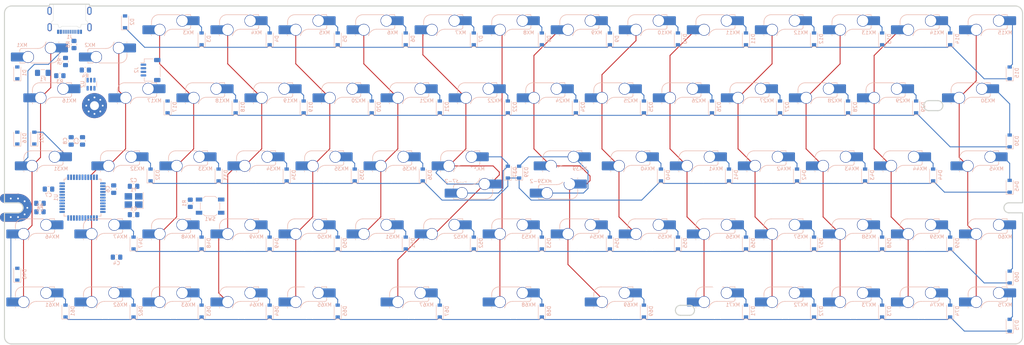
<source format=kicad_pcb>
(kicad_pcb (version 20211014) (generator pcbnew)
  (layers (0 "F.Cu" signal) (31 "B.Cu" signal) (34 "B.Paste" user) (35 "F.Paste" user) (36 "B.SilkS" user "B.Silkscreen") (37 "F.SilkS" user "F.Silkscreen") (38 "B.Mask" user) (39 "F.Mask" user) (44 "Edge.Cuts" user))
  (net 0 "")
  (net 1 "GND")
  (net 2 "XTAL1")
  (net 3 "XTAL2")
  (net 4 "Net-(C3-Pad1)")
  (net 5 "+5V")
  (net 6 "ROW0")
  (net 7 "Net-(D1-Pad2)")
  (net 8 "Net-(D2-Pad2)")
  (net 9 "Net-(D3-Pad2)")
  (net 10 "Net-(D4-Pad2)")
  (net 11 "Net-(D5-Pad2)")
  (net 12 "Net-(D6-Pad2)")
  (net 13 "Net-(D7-Pad2)")
  (net 14 "Net-(D8-Pad2)")
  (net 15 "Net-(D9-Pad2)")
  (net 16 "Net-(D10-Pad2)")
  (net 17 "Net-(D11-Pad2)")
  (net 18 "Net-(D12-Pad2)")
  (net 19 "Net-(D13-Pad2)")
  (net 20 "Net-(D14-Pad2)")
  (net 21 "Net-(D15-Pad2)")
  (net 22 "ROW1")
  (net 23 "Net-(D16-Pad2)")
  (net 24 "Net-(D17-Pad2)")
  (net 25 "Net-(D18-Pad2)")
  (net 26 "Net-(D19-Pad2)")
  (net 27 "Net-(D20-Pad2)")
  (net 28 "Net-(D21-Pad2)")
  (net 29 "Net-(D22-Pad2)")
  (net 30 "Net-(D24-Pad2)")
  (net 31 "Net-(D25-Pad2)")
  (net 32 "Net-(D26-Pad2)")
  (net 33 "Net-(D27-Pad2)")
  (net 34 "Net-(D28-Pad2)")
  (net 35 "Net-(D29-Pad2)")
  (net 36 "Net-(D30-Pad2)")
  (net 37 "ROW2")
  (net 38 "Net-(D31-Pad2)")
  (net 39 "Net-(D32-Pad2)")
  (net 40 "Net-(D33-Pad2)")
  (net 41 "Net-(D34-Pad2)")
  (net 42 "Net-(D35-Pad2)")
  (net 43 "Net-(D36-Pad2)")
  (net 44 "38-2")
  (net 45 "39-2")
  (net 46 "Net-(D40-Pad2)")
  (net 47 "Net-(D41-Pad2)")
  (net 48 "Net-(D42-Pad2)")
  (net 49 "Net-(D43-Pad2)")
  (net 50 "Net-(D44-Pad2)")
  (net 51 "Net-(D45-Pad2)")
  (net 52 "ROW3")
  (net 53 "Net-(D46-Pad2)")
  (net 54 "Net-(D47-Pad2)")
  (net 55 "Net-(D48-Pad2)")
  (net 56 "Net-(D49-Pad2)")
  (net 57 "Net-(D50-Pad2)")
  (net 58 "Net-(D51-Pad2)")
  (net 59 "Net-(D52-Pad2)")
  (net 60 "Net-(D53-Pad2)")
  (net 61 "Net-(D54-Pad2)")
  (net 62 "Net-(D55-Pad2)")
  (net 63 "Net-(D56-Pad2)")
  (net 64 "Net-(D57-Pad2)")
  (net 65 "Net-(D58-Pad2)")
  (net 66 "Net-(D59-Pad2)")
  (net 67 "Net-(D60-Pad2)")
  (net 68 "COL10")
  (net 69 "Net-(D61-Pad2)")
  (net 70 "Net-(D62-Pad2)")
  (net 71 "Net-(D67-Pad2)")
  (net 72 "Net-(D68-Pad2)")
  (net 73 "Net-(D69-Pad2)")
  (net 74 "Net-(D74-Pad2)")
  (net 75 "Net-(D75-Pad2)")
  (net 76 "VCC")
  (net 77 "D-")
  (net 78 "D+")
  (net 80 "COL0")
  (net 81 "COL1")
  (net 82 "COL5")
  (net 83 "COL6")
  (net 84 "COL7")
  (net 85 "COL8")
  (net 86 "COL9")
  (net 87 "COL13")
  (net 88 "COL14")
  (net 89 "RESET")
  (net 90 "Net-(R2-Pad1)")
  (net 91 "Net-(J1-PadA5)")
  (net 92 "Net-(J1-PadB5)")
  (net 93 "Net-(J1-PadA7)")
  (net 94 "Net-(J1-PadA6)")
  (net 105 "Net-(D63-Pad2)")
  (net 106 "Net-(D64-Pad2)")
  (net 107 "Net-(D65-Pad2)")
  (net 108 "Net-(D71-Pad2)")
  (net 109 "Net-(D72-Pad2)")
  (net 110 "Net-(D73-Pad2)")
  (net 111 "ROW4")
  (net 112 "COL2")
  (net 113 "COL3")
  (net 114 "COL4")
  (net 115 "COL11")
  (net 116 "COL12")
  (footprint "marbastlib-mx:STAB_MX_2u" (layer "F.Cu") (at 234.95 165.1 180)
    (fp_text reference "S2" hide)
    (fp_text value "MX_stab")
  )
  (footprint "marbastlib-mx:STAB_MX_7u" (layer "F.Cu") (at 206.375 165.1 180)
    (fp_text reference "S3" hide)
    (fp_text value "MX_stab")
  )
  (footprint "marbastlib-mx:STAB_MX_2u" (layer "F.Cu") (at 177.8 165.1 180)
    (fp_text reference "S1" hide)
    (fp_text value "MX_stab")
  )
  (footprint "locallib:60_Outline-Modded" (layer "F.Cu") (at 206.375 127)
    (fp_text reference "REF**" hide)
    (fp_text value "60_Outline" hide)
    (fp_line (start 116.25 -18) (end 118.8 -18) (layer "Edge.Cuts") (width 0.3))
    (fp_line (start 138.7 10.6) (end 142.5 10.6) (layer "Edge.Cuts") (width 0.3))
    (fp_line (start 46.725 39.3) (end 49.275 39.3) (layer "Edge.Cuts") (width 0.3))
    (fp_line (start -129.8 -47.8) (end -118.8 -47.8) (layer "Edge.Cuts") (width 0.3))
    (fp_line (start 140.5 -47.3) (end -118.3 -47.3) (layer "Edge.Cuts") (width 0.3))
    (fp_line (start -138.7 7.8) (end -142.5 7.8) (layer "Edge.Cuts") (width 0.3))
    (fp_line (start -140.5 47.3) (end 140.5 47.3) (layer "Edge.Cuts") (width 0.3))
    (fp_line (start 142.5 7.8) (end 142.5 -45.3) (layer "Edge.Cuts") (width 0.3))
    (fp_line (start 46.725 36.5) (end 49.275 36.5) (layer "Edge.Cuts") (width 0.3))
    (fp_line (start 142.5 10.6) (end 142.5 45.3) (layer "Edge.Cuts") (width 0.3))
    (fp_line (start 138.7 7.8) (end 142.5 7.8) (layer "Edge.Cuts") (width 0.3))
    (fp_line (start -140.5 -47.3) (end -130.3 -47.3) (layer "Edge.Cuts") (width 0.3))
    (fp_line (start -142.5 10.6) (end -138.7 10.6) (layer "Edge.Cuts") (width 0.3))
    (fp_line (start 116.25 -20.8) (end 118.8 -20.8) (layer "Edge.Cuts") (width 0.3))
    (fp_line (start -142.5 45.3) (end -142.5 10.6) (layer "Edge.Cuts") (width 0.3))
    (fp_line (start -142.5 7.8) (end -142.5 -45.3) (layer "Edge.Cuts") (width 0.3))
    (fp_arc (start 142.5 45.3) (mid 141.914214 46.714214) (end 140.5 47.3) (layer "Edge.Cuts") (width 0.3))
    (fp_arc (start -118.3 -47.3) (mid -118.653553 -47.446447) (end -118.8 -47.8) (layer "Edge.Cuts") (width 0.3))
    (fp_arc (start -142.5 -45.3) (mid -141.914214 -46.714214) (end -140.5 -47.3) (layer "Edge.Cuts") (width 0.3))
    (fp_arc (start 137.3 9.2) (mid 137.710051 8.210051) (end 138.7 7.8) (layer "Edge.Cuts") (width 0.3))
    (fp_arc (start 120.2 -19.4) (mid 119.789949 -18.410051) (end 118.8 -18) (layer "Edge.Cuts") (width 0.3))
    (fp_arc (start 45.325 37.9) (mid 45.735051 36.910051) (end 46.725 36.5) (layer "Edge.Cuts") (width 0.3))
    (fp_arc (start 118.8 -20.8) (mid 119.789949 -20.389949) (end 120.2 -19.4) (layer "Edge.Cuts") (width 0.3))
    (fp_arc (start -129.8 -47.8) (mid -129.946447 -47.446447) (end -130.3 -47.3) (layer "Edge.Cuts") (width 0.3))
    (fp_arc (start 46.725 39.3) (mid 45.735051 38.889949) (end 45.325 37.9) (layer "Edge.Cuts") (width 0.3))
    (fp_arc (start 140.5 -47.3) (mid 141.914214 -46.714214) (end 142.5 -45.3) (layer "Edge.Cuts") (width 0.3))
    (fp_arc (start -137.3 9.2) (mid -137.710051 10.189949) (end -138.7 10.6) (layer "Edge.Cuts") (width 0.3))
    (fp_arc (start -140.5 47.3) (mid -141.914214 46.714214) (end -142.5 45.3) (layer "Edge.Cuts") (width 0.3))
    (fp_arc (start 50.675 37.9) (mid 50.264949 38.889949) (end 49.275 39.3) (layer "Edge.Cuts") (width 0.3))
    (fp_arc (start 49.275 36.5) (mid 50.264949 36.910051) (end 50.675 37.9) (layer "Edge.Cuts") (width 0.3))
    (fp_arc (start 116.25 -18) (mid 115.260051 -18.410051) (end 114.85 -19.4) (layer "Edge.Cuts") (width 0.3))
    (fp_arc (start -138.7 7.8) (mid -137.710051 8.210051) (end -137.3 9.2) (layer "Edge.Cuts") (width 0.3))
    (fp_arc (start 138.7 10.6) (mid 137.710051 10.189949) (end 137.3 9.2) (layer "Edge.Cuts") (width 0.3))
    (fp_arc (start 114.85 -19.4) (mid 115.260051 -20.389949) (end 116.25 -20.8) (layer "Edge.Cuts") (width 0.3))
  )
  (footprint "marbastlib-mx:SW_MX_HS_1u" (layer "B.Cu") (at 263.525 146.05 180)
    (fp_text reference "MX56")
    (fp_text value "MX-NoLED" hide)
  )
  (footprint "Diode_SMD:D_SOD-123" (layer "B.Cu") (at 100.0125 146.05 90)
    (fp_text reference "D47")
    (fp_text value "D_Small")
  )
  (footprint "marbastlib-mx:SW_MX_HS_1u" (layer "B.Cu") (at 301.625 165.1 180)
    (fp_text reference "MX73")
    (fp_text value "MX-NoLED" hide)
  )
  (footprint "marbastlib-mx:SW_MX_HS_1u" (layer "B.Cu") (at 220.6625 127 180)
    (fp_text reference "MX39")
    (fp_text value "MX-NoLED" hide)
  )
  (footprint "Diode_SMD:D_SOD-123" (layer "B.Cu") (at 195.2625 146.05 90)
    (fp_text reference "D52")
    (fp_text value "D_Small")
  )
  (footprint "Diode_SMD:D_SOD-123" (layer "B.Cu") (at 252.4125 146.05 90)
    (fp_text reference "D55")
    (fp_text value "D_Small")
  )
  (footprint "marbastlib-mx:SW_MX_HS_1u" (layer "B.Cu") (at 139.7 107.95 180)
    (fp_text reference "MX19")
    (fp_text value "MX-NoLED" hide)
  )
  (footprint "marbastlib-mx:SW_MX_HS_1.25u" (layer "B.Cu") (at 337.34375 127 180)
    (fp_text reference "MX45")
    (fp_text value "MX-NoLED" hide)
  )
  (footprint "marbastlib-mx:SW_MX_HS_1u" (layer "B.Cu") (at 149.225 88.9 180)
    (fp_text reference "MX5")
    (fp_text value "MX-NoLED" hide)
  )
  (footprint "Diode_SMD:D_SOD-123" (layer "B.Cu") (at 345.28125 98.425 90)
    (fp_text reference "D15")
    (fp_text value "D_Small")
  )
  (footprint "Diode_SMD:D_SOD-123" (layer "B.Cu") (at 207.9625 126.20625 90)
    (fp_text reference "D39")
    (fp_text value "D_Small")
  )
  (footprint "Resistor_SMD:R_0805_2012Metric_Pad1.20x1.40mm_HandSolder" (layer "B.Cu") (at 83.34375 90.4875 -90)
    (fp_text reference "R6")
    (fp_text value "22")
  )
  (footprint "marbastlib-mx:SW_MX_HS_1.5u" (layer "B.Cu") (at 77.7875 107.95 180)
    (fp_text reference "MX16")
    (fp_text value "MX-NoLED" hide)
  )
  (footprint "marbastlib-mx:SW_MX_HS_1.25u" (layer "B.Cu") (at 218.28125 127)
    (fp_text reference "MX39-2")
    (fp_text value "MX-NoLED" hide)
  )
  (footprint "Diode_SMD:D_SOD-123" (layer "B.Cu") (at 176.2125 88.9 90)
    (fp_text reference "D6")
    (fp_text value "D_Small")
  )
  (footprint "marbastlib-mx:SW_MX_HS_1u" (layer "B.Cu") (at 168.275 146.05 180)
    (fp_text reference "MX51")
    (fp_text value "MX-NoLED" hide)
  )
  (footprint "Diode_SMD:D_SOD-123" (layer "B.Cu") (at 280.9875 107.95 90)
    (fp_text reference "D27")
    (fp_text value "D_Small")
  )
  (footprint "Capacitor_SMD:C_0805_2012Metric_Pad1.18x1.45mm_HandSolder" (layer "B.Cu") (at 76.2 130.96875)
    (fp_text reference "C7")
    (fp_text value "0.1uF")
  )
  (footprint "marbastlib-mx:SW_MX_HS_1u" (layer "B.Cu") (at 239.7125 127 180)
    (fp_text reference "MX40")
    (fp_text value "MX-NoLED" hide)
  )
  (footprint "Diode_SMD:D_SOD-123" (layer "B.Cu") (at 128.5875 107.95 90)
    (fp_text reference "D18")
    (fp_text value "D_Small")
  )
  (footprint "Diode_SMD:D_SOD-123" (layer "B.Cu") (at 290.5125 146.05 90)
    (fp_text reference "D57")
    (fp_text value "D_Small")
  )
  (footprint "Resistor_SMD:R_0805_2012Metric_Pad1.20x1.40mm_HandSolder" (layer "B.Cu") (at 115.8875 134.9375 -90)
    (fp_text reference "R1")
    (fp_text value "10k")
  )
  (footprint "marbastlib-mx:SW_MX_HS_1u" (layer "B.Cu") (at 206.375 88.9 180)
    (fp_text reference "MX8")
    (fp_text value "MX-NoLED" hide)
  )
  (footprint "marbastlib-mx:SW_MX_HS_1u" (layer "B.Cu") (at 187.325 88.9 180)
    (fp_text reference "MX7")
    (fp_text value "MX-NoLED" hide)
  )
  (footprint "Capacitor_SMD:C_0805_2012Metric_Pad1.18x1.45mm_HandSolder" (layer "B.Cu") (at 100.0125 130.175 180)
    (fp_text reference "C2")
    (fp_text value "22pF")
  )
  (footprint "Diode_SMD:D_SOD-123" (layer "B.Cu") (at 328.6125 146.05 90)
    (fp_text reference "D59")
    (fp_text value "D_Small")
  )
  (footprint "marbastlib-mx:SW_MX_HS_1u" (layer "B.Cu") (at 254 107.95 180)
    (fp_text reference "MX26")
    (fp_text value "MX-NoLED" hide)
  )
  (footprint "marbastlib-mx:SW_MX_HS_1u" (layer "B.Cu") (at 206.375 165.1 180)
    (fp_text reference "MX68")
    (fp_text value "MX-NoLED" hide)
  )
  (footprint "marbastlib-mx:SW_MX_HS_1u" (layer "B.Cu") (at 258.7625 127 180)
    (fp_text reference "MX41")
    (fp_text value "MX-NoLED" hide)
  )
  (footprint "marbastlib-mx:SW_MX_HS_1u" (layer "B.Cu") (at 111.125 146.05 180)
    (fp_text reference "MX48")
    (fp_text value "MX-NoLED" hide)
  )
  (footprint "Capacitor_SMD:C_0805_2012Metric_Pad1.18x1.45mm_HandSolder" (layer "B.Cu") (at 94.45625 130.96875 -90)
    (fp_text reference "C6")
    (fp_text value "0.1uF")
  )
  (footprint "Diode_SMD:D_SOD-123" (layer "B.Cu") (at 161.925 127 90)
    (fp_text reference "D35")
    (fp_text value "D_Small")
  )
  (footprint "Diode_SMD:D_SOD-123" (layer "B.Cu") (at 204.7875 126.20625 90)
    (fp_text reference "D37")
    (fp_text value "D_Small")
  )
  (footprint "marbastlib-mx:SW_MX_HS_1u" (layer "B.Cu") (at 149.225 165.1 180)
    (fp_text reference "MX65")
    (fp_text value "MX-NoLED" hide)
  )
  (footprint "marbastlib-mx:SW_MX_HS_1u" (layer "B.Cu") (at 196.85 107.95 180)
    (fp_text reference "MX22")
    (fp_text value "MX-NoLED" hide)
  )
  (footprint "Diode_SMD:D_SOD-123" (layer "B.Cu") (at 242.8875 107.95 90)
    (fp_text reference "D25")
    (fp_text value "D_Small")
  )
  (footprint "Diode_SMD:D_SOD-123" (layer "B.Cu") (at 345.28125 117.475 90)
    (fp_text reference "D30")
    (fp_text value "D_Small")
  )
  (footprint "Diode_SMD:D_SOD-123" (layer "B.Cu") (at 319.0875 107.95 90)
    (fp_text reference "D29")
    (fp_text value "D_Small")
  )
  (footprint "marbastlib-mx:SW_MX_HS_1u" (layer "B.Cu") (at 234.95 165.1 180)
    (fp_text reference "MX69")
    (fp_text value "MX-NoLED" hide)
  )
  (footprint "marbastlib-mx:SW_MX_HS_1u" (layer "B.Cu") (at 153.9875 127 180)
    (fp_text reference "MX35")
    (fp_text value "MX-NoLED" hide)
  )
  (footprint "marbastlib-mx:SW_MX_HS_1u" (layer "B.Cu") (at 96.8375 127 180)
    (fp_text reference "MX32")
    (fp_text value "MX-NoLED" hide)
  )
  (footprint "marbastlib-mx:SW_MX_HS_1u" (layer "B.Cu") (at 92.075 88.9)
    (fp_text reference "MX2")
    (fp_text value "MX-NoLED" hide)
  )
  (footprint "marbastlib-mx:SW_MX_HS_1u" (layer "B.Cu") (at 320.675 88.9 180)
    (fp_text reference "MX14")
    (fp_text value "MX-NoLED" hide)
  )
  (footprint "marbastlib-mx:SW_MX_HS_1u" (layer "B.Cu") (at 177.8 165.1 180)
    (fp_text reference "MX67")
    (fp_text value "MX-NoLED" hide)
  )
  (footprint "Diode_SMD:D_SOD-123" (layer "B.Cu") (at 100.0125 165.1 90)
    (fp_text reference "D62")
    (fp_text value "D_Small")
  )
  (footprint "Diode_SMD:D_SOD-123" (layer "B.Cu") (at 345.28125 169.06875 90)
    (fp_text reference "D75")
    (fp_text value "D_Small")
  )
  (footprint "marbastlib-mx:SW_MX_HS_1u" (layer "B.Cu") (at 225.425 146.05 180)
    (fp_text reference "MX54")
    (fp_text value "MX-NoLED" hide)
  )
  (footprint "Button_Switch_SMD:SW_SPST_SKQG_WithStem" (layer "B.Cu") (at 121.44375 135.73125)
    (fp_text reference "SW1")
    (fp_text value "SW_Reset")
  )
  (footprint "marbastlib-mx:SW_MX_HS_1u" (layer "B.Cu") (at 244.475 88.9 180)
    (fp_text reference "MX10")
    (fp_text value "MX-NoLED" hide)
  )
  (footprint "marbastlib-mx:SW_MX_HS_1u" (layer "B.Cu") (at 158.75 107.95 180)
    (fp_text reference "MX20")
    (fp_text value "MX-NoLED" hide)
  )
  (footprint "Capacitor_SMD:C_0805_2012Metric_Pad1.18x1.45mm_HandSolder" (layer "B.Cu") (at 82.55 117.475 -90)
    (fp_text reference "C8")
    (fp_text value "10uF")
  )
  (footprint "marbastlib-mx:SW_MX_HS_1u" (layer "B.Cu") (at 277.8125 127 180)
    (fp_text reference "MX42")
    (fp_text value "MX-NoLED" hide)
  )
  (footprint "Diode_SMD:D_SOD-123" (layer "B.Cu") (at 309.5625 88.9 90)
    (fp_text reference "D13")
    (fp_text value "D_Small")
  )
  (footprint "marbastlib-mx:SW_MX_HS_1u" (layer "B.Cu") (at 215.9 107.95 180)
    (fp_text reference "MX24")
    (fp_text value "MX-NoLED" hide)
  )
  (footprint "Diode_SMD:D_SOD-123" (layer "B.Cu") (at 309.5625 165.1 90)
    (fp_text reference "D73")
    (fp_text value "D_Small")
  )
  (footprint "Diode_SMD:D_SOD-123" (layer "B.Cu") (at 309.5625 146.05 90)
    (fp_text reference "D58")
    (fp_text value "D_Small")
  )
  (footprint "Diode_SMD:D_SOD-123" (layer "B.Cu") (at 67.46875 154.78125 90)
    (fp_text reference "D46")
    (fp_text value "D_Small")
  )
  (footprint "Diode_SMD:D_SOD-123" (layer "B.Cu") (at 285.75 127 90)
    (fp_text reference "D42")
    (fp_text value "D_Small")
  )
  (footprint "Package_TO_SOT_SMD:SOT-23-6" (layer "B.Cu") (at 88.10625 101.6 -90)
    (fp_text reference "U2")
    (fp_text value "SRV05-4")
  )
  (footprint "Diode_SMD:D_SOD-123" (layer "B.Cu") (at 252.4125 88.9 90)
    (fp_text reference "D10")
    (fp_text value "D_Small")
  )
  (footprint "Diode_SMD:D_SOD-123" (layer "B.Cu") (at 247.65 127 90)
    (fp_text reference "D40")
    (fp_text value "D_Small")
  )
  (footprint "marbastlib-mx:SW_MX_HS_1u" (layer "B.Cu") (at 282.575 88.9 180)
    (fp_text reference "MX12")
    (fp_text value "MX-NoLED" hide)
  )
  (footprint "Capacitor_SMD:C_0805_2012Metric_Pad1.18x1.45mm_HandSolder" (layer "B.Cu") (at 95.25 150.01875)
    (fp_text reference "C4")
    (fp_text value "0.1uF")
  )
  (footprint "Diode_SMD:D_SOD-123" (layer "B.Cu") (at 214.3125 165.1 90)
    (fp_text reference "D68")
    (fp_text value "D_Small")
  )
  (footprint "Resistor_SMD:R_0805_2012Metric_Pad1.20x1.40mm_HandSolder" (layer "B.Cu") (at 73.81875 137.31875 180)
    (fp_text reference "R2")
    (fp_text value "10k")
  )
  (footprint "marbastlib-mx:SW_MX_HS_1.25u" (layer "B.Cu") (at 194.46875 127)
    (fp_text reference "MX37-2")
    (fp_text value "MX-NoLED" hide)
  )
  (footprint "Diode_SMD:D_SOD-123" (layer "B.Cu") (at 119.0625 165.1 90)
    (fp_text reference "D63")
    (fp_text value "D_Small")
  )
  (footprint "Diode_SMD:D_SOD-123" (layer "B.Cu") (at 109.5375 107.95 90)
    (fp_text reference "D17")
    (fp_text value "D_Small")
  )
  (footprint "marbastlib-various:USB_C_Receptacle_HRO_TYPE-C-31-M-14" (layer "B.Cu") (at 82.1 85.725)
    (fp_text reference "J1")
    (fp_text value "USB_C_Receptacle_USB2.0")
    (fp_line (start -4.554999 -2.075821) (end -4.554999 -6.435) (layer "Edge.Cuts") (width 0.08))
    (fp_line (start -3.404998 -0.905) (end -4.554999 -0.905) (layer "Edge.Cuts") (width 0.08))
    (fp_line (start 4.545001 -2.075821) (end 4.545001 -6.435) (layer "Edge.Cuts") (width 0.08))
    (fp_line (start 3.195001 -0.505) (end 3.195001 -0.705) (layer "Edge.Cuts") (width 0.08))
    (fp_line (start -0.004999 -0.355) (end 2.088783 -0.355) (layer "Edge.Cuts") (width 0.08))
    (fp_line (start 3.395 -0.905) (end 4.545001 -0.905) (layer "Edge.Cuts") (width 0.08))
    (fp_line (start -0.004999 -0.355) (end -2.098781 -0.355) (layer "Edge.Cuts") (width 0.08))
    (fp_line (start -3.204999 -0.505) (end -3.204999 -0.705) (layer "Edge.Cuts") (width 0.08))
    (fp_arc (start -2.271986 -0.255) (mid -2.834409 -0.022037) (end -3.204999 -0.505) (layer "Edge.Cuts") (width 0.08))
    (fp_arc (start 3.195001 -0.505) (mid 2.82441 -0.022036) (end 2.261988 -0.255) (layer "Edge.Cuts") (width 0.08))
    (fp_arc (start -4.554999 -0.905) (mid -5.04976 -1.332815) (end -4.697856 -1.884157) (layer "Edge.Cuts") (width 0.08))
    (fp_arc (start -4.554999 -2.075821) (mid -4.594642 -1.956298) (end -4.697856 -1.884158) (layer "Edge.Cuts") (width 0.08))
    (fp_arc (start 4.687858 -1.884158) (mid 5.039763 -1.332815) (end 4.545001 -0.904999) (layer "Edge.Cuts") (width 0.08))
    (fp_arc (start -3.404998 -0.905) (mid -3.263577 -0.846421) (end -3.204998 -0.705) (layer "Edge.Cuts") (width 0.08))
    (fp_arc (start 4.687858 -1.884158) (mid 4.584652 -1.9563) (end 4.545001 -2.075821) (layer "Edge.Cuts") (width 0.08))
    (fp_arc (start 3.195001 -0.705) (mid 3.253579 -0.846421) (end 3.395 -0.904999) (layer "Edge.Cuts") (width 0.08))
    (fp_arc (start 2.088783 -0.355) (mid 2.188776 -0.328203) (end 2.261988 -0.255) (layer "Edge.Cuts") (width 0.08))
    (fp_arc (start -2.271986 -0.255) (mid -2.198781 -0.328205) (end -2.098781 -0.355) (layer "Edge.Cuts") (width 0.08))
  )
  (footprint "marbastlib-mx:SW_MX_HS_1u" (layer "B.Cu") (at 73.025 146.05 180)
    (fp_text reference "MX46")
    (fp_text value "MX-NoLED" hide)
  )
  (footprint "marbastlib-mx:SW_MX_HS_1u" (layer "B.Cu") (at 339.725 88.9 180)
    (fp_text reference "MX15")
    (fp_text value "MX-NoLED" hide)
  )
  (footprint "marbastlib-mx:SW_MX_HS_1u" (layer "B.Cu") (at 149.225 146.05 180)
    (fp_text reference "MX50")
    (fp_text value "MX-NoLED" hide)
  )
  (footprint "Diode_SMD:D_SOD-123" (layer "B.Cu") (at 138.1125 88.9 90)
    (fp_text reference "D4")
    (fp_text value "D_Small")
  )
  (footprint "Diode_SMD:D_SOD-123" (layer "B.Cu") (at 80.9625 165.1 90)
    (fp_text reference "D61")
    (fp_text value "D_Small")
  )
  (footprint "Diode_SMD:D_SOD-123" (layer "B.Cu") (at 185.7375 165.1 90)
    (fp_text reference "D67")
    (fp_text value "D_Small")
  )
  (footprint "Diode_SMD:D_SOD-123" (layer "B.Cu") (at 290.5125 165.1 90)
    (fp_text reference "D72")
    (fp_text value "D_Small")
  )
  (footprint "Diode_SMD:D_SOD-123" (layer "B.Cu") (at 323.85 127 90)
    (fp_text reference "D44")
    (fp_text value "D_Small")
  )
  (footprint "Crystal:Crystal_SMD_3225-4Pin_3.2x2.5mm_HandSoldering" (layer "B.Cu") (at 100.0125 134.14375 180)
    (fp_text reference "Y1")
    (fp_text value "16MHz")
  )
  (footprint "Diode_SMD:D_SOD-123" (layer "B.Cu") (at 214.3125 146.05 90)
    (fp_text reference "D53")
    (fp_text value "D_Small")
  )
  (footprint "Diode_SMD:D_SOD-123" (layer "B.Cu") (at 157.1625 146.05 90)
    (fp_text reference "D50")
    (fp_text value "D_Small")
  )
  (footprint "Diode_SMD:D_SOD-123" (layer "B.Cu") (at 180.975 127 90)
    (fp_text reference "D36")
    (fp_text value "D_Small")
  )
  (footprint "Diode_SMD:D_SOD-123" (layer "B.Cu") (at 119.0625 88.9 90)
    (fp_text reference "D3")
    (fp_text value "D_Small")
  )
  (footprint "Diode_SMD:D_SOD-123" (layer "B.Cu") (at 223.8375 107.95 90)
    (fp_text reference "D24")
    (fp_text value "D_Small")
  )
  (footprint "Diode_SMD:D_SOD-123" (layer "B.Cu") (at 242.8875 165.1 90)
    (fp_text reference "D69")
    (fp_text value "D_Small")
  )
  (footprint "marbastlib-mx:SW_MX_HS_1u" (layer "B.Cu") (at 73.025 88.9)
    (fp_text reference "MX1")
    (fp_text value "MX-NoLED" hide)
  )
  (footprint "marbastlib-mx:SW_MX_HS_1u" (layer "B.Cu") (at 263.525 165.1 180)
    (fp_text reference "MX71")
    (fp_text value "MX-NoLED" hide)
  )
  (footprint "marbastlib-mx:SW_MX_HS_1u" (layer "B.Cu") (at 311.15 107.95 180)
    (fp_text reference "MX29")
    (fp_text value "MX-NoLED" hide)
  )
  (footprint "Diode_SMD:D_SOD-123" (layer "B.Cu") (at 138.1125 146.05 90)
    (fp_text reference "D49")
    (fp_text value "D_Small")
  )
  (footprint "Diode_SMD:D_SOD-123" (layer "B.Cu") (at 157.1625 88.9 90)
    (fp_text reference "D5")
    (fp_text value "D_Small")
  )
  (footprint "marbastlib-mx:SW_MX_HS_1u" (layer "B.Cu") (at 282.575 146.05 180)
    (fp_text reference "MX57")
    (fp_text value "MX-NoLED" hide)
  )
  (footprint "Diode_SMD:D_SOD-123" (layer "B.Cu") (at 328.6125 88.9 90)
    (fp_text reference "D14")
    (fp_text value "D_Small")
  )
  (footprint "Diode_SMD:D_SOD-123" (layer "B.Cu") (at 185.7375 107.95 90)
    (fp_text reference "D21")
    (fp_text value "D_Small")
  )
  (footprint "marbastlib-mx:SW_MX_HS_1u" (layer "B.Cu") (at 120.65 107.95 180)
    (fp_text reference "MX18")
    (fp_text value "MX-NoLED" hide)
  )
  (footprint "Diode_SMD:D_SOD-123" (layer "B.Cu") (at 304.8 127 90)
    (fp_text reference "D43")
    (fp_text value "D_Small")
  )
  (footprint "marbastlib-mx:SW_MX_HS_1.25u" (layer "B.Cu") (at 75.40625 127 180)
    (fp_text reference "MX31")
    (fp_text value "MX-NoLED" hide)
  )
  (footprint "Diode_SMD:D_SOD-123" (layer "B.Cu") (at 271.4625 146.05 90)
    (fp_text reference "D56")
    (fp_text value "D_Small")
  )
  (footprint "Diode_SMD:D_SOD-123" (layer "B.Cu") (at 214.3125 88.9 90)
    (fp_text reference "D8")
    (fp_text value "D_Small")
  )
  (footprint "Diode_SMD:D_SOD-123" (layer "B.Cu") (at 261.9375 107.95 90)
    (fp_text reference "D26")
    (fp_text value "D_Small")
  )
  (footprint "marbastlib-mx:SW_MX_HS_1u" (layer "B.Cu") (at 315.9125 127 180)
    (fp_text reference "MX44")
    (fp_text value "MX-NoLED" hide)
  )
  (footprint "Diode_SMD:D_SOD-123" (layer "B.Cu") (at 345.28125 155.575 90)
    (fp_text reference "D60")
    (fp_text value "D_Small")
  )
  (footprint "marbastlib-mx:SW_MX_HS_1u" (layer "B.Cu") (at 177.8 107.95 180)
    (fp_text reference "MX21")
    (fp_text value "MX-NoLED" hide)
  )
  (footprint "Diode_SMD:D_SOD-123" (layer "B.Cu") (at 142.875 127 90)
    (fp_text reference "D34")
    (fp_text value "D_Small")
  )
  (footprint "Diode_SMD:D_SOD-123" (layer "B.Cu") (at 176.2125 146.05 90)
    (fp_text reference "D51")
    (fp_text value "D_Small")
  )
  (footprint "Diode_SMD:D_SOD-123" (layer "B.Cu") (at 119.0625 146.05 90)
    (fp_text reference "D48")
    (fp_text value "D_Small")
  )
  (footprint "marbastlib-mx:SW_MX_HS_1u" (layer "B.Cu") (at 320.675 146.05 180)
    (fp_text reference "MX59")
    (fp_text value "MX-NoLED" hide)
  )
  (footprint "Diode_SMD:D_SOD-123" (layer "B.Cu") (at 233.3625 146.05 90)
    (fp_text reference "D54")
    (fp_text value "D_Small")
  )
  (footprint "Diode_SMD:D_SOD-123" (layer "B.Cu") (at 97.63125 84.1375 90)
    (fp_text reference "D2")
    (fp_text value "D_Small")
  )
  (footprint "Diode_SMD:D_SOD-123" (layer "B.Cu") (at 328.6125 165.1 90)
    (fp_text reference "D74")
    (fp_text value "D_Small")
  )
  (footprint "Capacitor_SMD:C_0805_2012Metric_Pad1.18x1.45mm_HandSolder" (layer "B.Cu") (at 100.0125 138.1125 180)
    (fp_text reference "C1")
    (fp_text value "22pF")
  )
  (footprint "marbastlib-mx:SW_MX_HS_1u" (layer "B.Cu") (at 296.8625 127 180)
    (fp_text reference "MX43")
    (fp_text value "MX-NoLED" hide)
  )
  (footprint "marbastlib-mx:SW_MX_HS_1u" (layer "B.Cu") (at 339.725 165.1 180)
    (fp_text reference "MX75")
    (fp_text value "MX-NoLED" hide)
  )
  (footprint "Capacitor_SMD:C_0805_2012Metric_Pad1.18x1.45mm_HandSolder" (layer "B.Cu") (at 73.81875 134.9375)
    (fp_text reference "C5")
    (fp_text value "0.1uF")
  )
  (footprint "Diode_SMD:D_SOD-123" (layer "B.Cu") (at 104.775 127 90)
    (fp_text reference "D32")
    (fp_text value "D_Small")
  )
  (footprint "Resistor_SMD:R_0805_2012Metric_Pad1.20x1.40mm_HandSolder" (layer "B.Cu") (at 86.51875 97.63125)
    (fp_text reference "R4")
    (fp_text value "5k")
  )
  (footprint "Package_QFP:TQFP-44_10x10mm_P0.8mm" (layer "B.Cu") (at 85.725 133.35 -90)
    (fp_text reference "U1")
    (fp_text value "ATmega32U4-A")
  )
  (footprint "Diode_SMD:D_SOD-123" (layer "B.Cu") (at 290.5125 88.9 90)
    (fp_text reference "D12")
    (fp_text value "D_Small")
  )
  (footprint "Resistor_SMD:R_0805_2012Metric_Pad1.20x1.40mm_HandSolder" (layer "B.Cu") (at 80.9625 95.25 -90)
    (fp_text reference "R5")
    (fp_text value "22")
  )
  (footprint "Diode_SMD:D_SOD-123" (layer "B.Cu") (at 157.1625 165.1 90)
    (fp_text reference "D65")
    (fp_text value "D_Small")
  )
  (footprint "Diode_SMD:D_SOD-123" (layer "B.Cu") (at 195.2625 88.9 90)
    (fp_text reference "D7")
    (fp_text value "D_Small")
  )
  (footprint "Diode_SMD:D_SOD-123" (layer "B.Cu") (at 147.6375 107.95 90)
    (fp_text reference "D19")
    (fp_text value "D_Small")
  )
  (footprint "marbastlib-mx:SW_MX_HS_1u" (layer "B.Cu") (at 173.0375 127 180)
    (fp_text reference "MX36")
    (fp_text value "MX-NoLED" hide)
  )
  (footprint "Diode_SMD:D_SOD-123" (layer "B.Cu") (at 72.23125 116.68125 90)
    (fp_text reference "D31")
    (fp_text value "D_Small")
  )
  (footprint "marbastlib-mx:SW_MX_HS_1u" (layer "B.Cu") (at 263.525 88.9 180)
    (fp_text reference "MX11")
    (fp_text value "MX-NoLED" hide)
  )
  (footprint "Diode_SMD:D_SOD-123" (layer "B.Cu") (at 166.6875 107.95 90)
    (fp_text reference "D20")
    (fp_text value "D_Small")
  )
  (footprint "marbastlib-mx:SW_MX_HS_1u" (layer "B.Cu") (at 73.025 165.1 180)
    (fp_text reference "MX61")
    (fp_text value "MX-NoLED" hide)
  )
  (footprint "marbastlib-mx:SW_MX_HS_1u" (layer "B.Cu") (at 273.05 107.95 180)
    (fp_text reference "MX27")
    (fp_text value "MX-NoLED" hide)
  )
  (footprint "Connector_JST:JST_SH_SM04B-SRSS-TB_1x04-1MP_P1.00mm_Horizontal" (layer "B.Cu") (at 104.775 97.63125 -90)
    (fp_text reference "J2")
    (fp_text value "Conn_01x04_MountingPin")
  )
  (footprint "Diode_SMD:D_SOD-123" (layer "B.Cu") (at 67.46875 98.425 90)
    (fp_text reference "D1")
    (fp_text value "D_Small")
  )
  (footprint "Diode_SMD:D_SOD-123" (layer "B.Cu") (at 266.7 127 90)
    (fp_text reference "D41")
    (fp_text value "D_Small")
  )
  (footprint "marbastlib-mx:SW_MX_HS_1u" (layer "B.Cu") (at 92.075 146.05 180)
    (fp_text reference "MX47")
    (fp_text value "MX-NoLED" hide)
  )
  (footprint "marbastlib-mx:SW_MX_HS_1u" (layer "B.Cu") (at 111.125 88.9 180)
    (fp_text reference "MX3")
    (fp_text value "MX-NoLED" hide)
  )
  (footprint "marbastlib-mx:SW_MX_HS_1u" (layer "B.Cu") (at 115.8875 127 180)
    (fp_text reference "MX33")
    (fp_text value "MX-NoLED" hide)
  )
  (footprint "Diode_SMD:D_SOD-123" (layer "B.Cu") (at 123.825 127 90)
    (fp_text reference "D33")
    (fp_text value "D_Small")
  )
  (footprint "Diode_SMD:D_SOD-123" (layer "B.Cu") (at 271.4625 165.1 90)
    (fp_text reference "D71")
    (fp_text value "D_Small")
  )
  (footprint "marbastlib-mx:SW_MX_HS_1u" (layer "B.Cu") (at 130.175 146.05 180)
    (fp_text reference "MX49")
    (fp_text value "MX-NoLED" hide)
  )
  (footprint "Diode_SMD:D_SOD-123" (layer "B.Cu") (at 67.46875 116.68125 90)
    (fp_text reference "D16")
    (fp_text value "D_Small")
  )
  (footprint "marbastlib-mx:SW_MX_HS_1u" (layer "B.Cu") (at 130.175 165.1 180)
    (fp_text reference "MX64")
    (fp_text value "MX-NoLED" hide)
  )
  (footprint "Diode_SMD:D_SOD-123" (layer "B.Cu") (at 204.7875 107.95 90)
    (fp_text reference "D22")
    (fp_text value "D_Small")
  )
  (footprint "Fuse:Fuse_1206_3216Metric_Pad1.42x1.75mm_HandSolder" (layer "B.Cu") (at 74.6125 98.425)
    (fp_text reference "F1")
    (fp_text value "500mA")
  )
  (footprint "marbastlib-mx:SW_MX_HS_1u" (layer "B.Cu") (at 339.725 146.05 180)
    (fp_text reference "MX60")
    (fp_text value "MX-NoLED" hide)
  )
  (footprint "marbastlib-mx:SW_MX_HS_1u" (layer "B.Cu") (at 301.625 88.9 180)
    (fp_text reference "MX13")
    (fp_text value "MX-NoLED" hide)
  )
  (footprint "marbastlib-mx:SW_MX_HS_1u" (layer "B.Cu") (at 225.425 88.9 180)
    (fp_text reference "MX9")
    (fp_text value "MX-NoLED" hide)
  )
  (footprint "marbastlib-mx:SW_MX_HS_1u" (layer "B.Cu") (at 134.9375 127 180)
    (fp_text reference "MX34")
    (fp_text value "MX-NoLED" hide)
  )
  (footprint "marbastlib-mx:SW_MX_HS_1u" (layer "B.Cu") (at 111.125 165.1 180)
    (fp_text reference "MX63")
    (fp_text value "MX-NoLED" hide)
  )
  (footprint "marbastlib-mx:SW_MX_HS_1u" (layer "B.Cu") (at 206.375 146.05 180)
    (fp_text reference "MX53")
    (fp_text value "MX-NoLED" hide)
  )
  (footprint "Diode_SMD:D_SOD-123" (layer "B.Cu") (at 271.4625 88.9 90)
    (fp_text reference "D11")
    (fp_text value "D_Small")
  )
  (footprint "Capacitor_SMD:C_0805_2012Metric_Pad1.18x1.45mm_HandSolder" (layer "B.Cu") (at 85.725 117.475 -90)
    (fp_text reference "C3")
    (fp_text value "1uF")
  )
  (footprint "marbastlib-mx:SW_MX_HS_1u" (layer "B.Cu") (at 320.675 165.1 180)
    (fp_text reference "MX74")
    (fp_text value "MX-NoLED" hide)
  )
  (footprint "marbastlib-mx:SW_MX_HS_1u" (layer "B.Cu") (at 130.175 88.9 180)
    (fp_text reference "MX4")
    (fp_text value "MX-NoLED" hide)
  )
  (footprint "Diode_SMD:D_SOD-123" (layer "B.Cu") (at 300.0375 107.95 90)
    (fp_text reference "D28")
    (fp_text value "D_Small")
  )
  (footprint "marbastlib-mx:SW_MX_HS_1u" (layer "B.Cu") (at 187.325 146.05 180)
    (fp_text reference "MX52")
    (fp_text value "MX-NoLED" hide)
  )
  (footprint "marbastlib-mx:SW_MX_HS_1u" (layer "B.Cu") (at 244.475 146.05 180)
    (fp_text reference "MX55")
    (fp_text value "MX-NoLED" hide)
  )
  (footprint "marbastlib-mx:SW_MX_HS_1u" (layer "B.Cu") (at 234.95 107.95 180)
    (fp_text reference "MX25")
    (fp_text value "MX-NoLED" hide)
  )
  (footprint "marbastlib-mx:SW_MX_HS_1u" (layer "B.Cu") (at 282.575 165.1 180)
    (fp_text reference "MX72")
    (fp_text value "MX-NoLED" hide)
  )
  (footprint "marbastlib-mx:SW_MX_HS_1.5u" (layer "B.Cu") (at 334.9625 107.95 180)
    (fp_text reference "MX30")
    (fp_text value "MX-NoLED" hide)
  )
  (footprint "Diode_SMD:D_SOD-123" (layer "B.Cu") (at 138.1125 165.1 90)
    (fp_text reference "D64")
    (fp_text value "D_Small")
  )
  (footprint "marbastlib-mx:SW_MX_HS_1u" (layer "B.Cu") (at 301.625 146.05 180)
    (fp_text reference "MX58")
    (fp_text value "MX-NoLED" hide)
  )
  (footprint "marbastlib-mx:SW_MX_HS_1u" (layer "B.Cu") (at 101.6 107.95 180)
    (fp_text reference "MX17")
    (fp_text value "MX-NoLED" hide)
  )
  (footprint "Diode_SMD:D_SOD-123" (layer "B.Cu") (at 345.28125 130.175 90)
    (fp_text reference "D45")
    (fp_text value "D_Small")
  )
  (footprint "Resistor_SMD:R_0805_2012Metric_Pad1.20x1.40mm_HandSolder" (layer "B.Cu") (at 79.375 99.21875)
    (fp_text reference "R3")
    (fp_text value "5k")
  )
  (footprint "marbastlib-mx:SW_MX_HS_1u" (layer "B.Cu") (at 292.1 107.95 180)
    (fp_text reference "MX28")
    (fp_text value "MX-NoLED" hide)
  )
  (footprint "marbastlib-mx:SW_MX_HS_1u" (layer "B.Cu") (at 192.0875 127 180)
    (fp_text reference "MX37")
    (fp_text value "MX-NoLED" hide)
  )
  (footprint "marbastlib-mx:SW_MX_HS_1u" (layer "B.Cu") (at 92.075 165.1 180)
    (fp_text reference "MX62")
    (fp_text value "MX-NoLED" hide)
  )
  (footprint "marbastlib-mx:SW_MX_HS_1u" (layer "B.Cu") (at 168.275 88.9 180)
    (fp_text reference "MX6")
    (fp_text value "MX-NoLED" hide)
  )
  (footprint "Diode_SMD:D_SOD-123" (layer "B.Cu") (at 233.3625 88.9 90)
    (fp_text reference "D9")
    (fp_text value "D_Small")
  )
  (segment (start 94.2125 150.01875) (end 94.443901 149.787349) (width 0.25) (layer "B.Cu") (net 5))
  (segment (start 232.643599 91.268901) (end 215.031401 91.268901) (width 0.25) (layer "B.Cu") (net 6))
  (segment (start 119.0625 90.55) (end 118.343599 91.268901) (width 0.25) (layer "B.Cu") (net 6))
  (segment (start 118.343599 91.268901) (end 103.112651 91.268901) (width 0.25) (layer "B.Cu") (net 6))
  (segment (start 253.131401 91.268901) (end 252.4125 90.55) (width 0.25) (layer "B.Cu") (net 6))
  (segment (start 194.543599 91.268901) (end 176.931401 91.268901) (width 0.25) (layer "B.Cu") (net 6))
  (segment (start 215.031401 91.268901) (end 214.3125 90.55) (width 0.25) (layer "B.Cu") (net 6))
  (segment (start 157.881401 91.268901) (end 157.1625 90.55) (width 0.25) (layer "B.Cu") (net 6))
  (segment (start 195.2625 90.55) (end 194.543599 91.268901) (width 0.25) (layer "B.Cu") (net 6))
  (segment (start 195.981401 91.268901) (end 195.2625 90.55) (width 0.25) (layer "B.Cu") (net 6))
  (segment (start 291.231401 91.268901) (end 290.5125 90.55) (width 0.25) (layer "B.Cu") (net 6))
  (segment (start 308.843599 91.268901) (end 291.231401 91.268901) (width 0.25) (layer "B.Cu") (net 6))
  (segment (start 138.1125 90.55) (end 137.393599 91.268901) (width 0.25) (layer "B.Cu") (net 6))
  (segment (start 234.081401 91.268901) (end 233.3625 90.55) (width 0.25) (layer "B.Cu") (net 6))
  (segment (start 327.893599 91.268901) (end 310.281401 91.268901) (width 0.25) (layer "B.Cu") (net 6))
  (segment (start 328.6125 90.55) (end 327.893599 91.268901) (width 0.25) (layer "B.Cu") (net 6))
  (segment (start 252.4125 90.55) (end 251.693599 91.268901) (width 0.25) (layer "B.Cu") (net 6))
  (segment (start 119.781401 91.268901) (end 119.0625 90.55) (width 0.25) (layer "B.Cu") (net 6))
  (segment (start 176.931401 91.268901) (end 176.2125 90.55) (width 0.25) (layer "B.Cu") (net 6))
  (segment (start 270.743599 91.268901) (end 253.131401 91.268901) (width 0.25) (layer "B.Cu") (net 6))
  (segment (start 310.281401 91.268901) (end 309.5625 90.55) (width 0.25) (layer "B.Cu") (net 6))
  (segment (start 214.3125 90.55) (end 213.593599 91.268901) (width 0.25) (layer "B.Cu") (net 6))
  (segment (start 137.393599 91.268901) (end 119.781401 91.268901) (width 0.25) (layer "B.Cu") (net 6))
  (segment (start 272.181401 91.268901) (end 271.4625 90.55) (width 0.25) (layer "B.Cu") (net 6))
  (segment (start 251.693599 91.268901) (end 234.081401 91.268901) (width 0.25) (layer "B.Cu") (net 6))
  (segment (start 309.5625 90.55) (end 308.843599 91.268901) (width 0.25) (layer "B.Cu") (net 6))
  (segment (start 176.2125 90.55) (end 175.493599 91.268901) (width 0.25) (layer "B.Cu") (net 6))
  (segment (start 213.593599 91.268901) (end 195.981401 91.268901) (width 0.25) (layer "B.Cu") (net 6))
  (segment (start 157.1625 90.55) (end 156.443599 91.268901) (width 0.25) (layer "B.Cu") (net 6))
  (segment (start 345.28125 100.075) (end 338.1375 100.075) (width 0.25) (layer "B.Cu") (net 6))
  (segment (start 103.112651 91.268901) (end 97.63125 85.7875) (width 0.25) (layer "B.Cu") (net 6))
  (segment (start 156.443599 91.268901) (end 138.831401 91.268901) (width 0.25) (layer "B.Cu") (net 6))
  (segment (start 138.831401 91.268901) (end 138.1125 90.55) (width 0.25) (layer "B.Cu") (net 6))
  (segment (start 289.793599 91.268901) (end 272.181401 91.268901) (width 0.25) (layer "B.Cu") (net 6))
  (segment (start 271.4625 90.55) (end 270.743599 91.268901) (width 0.25) (layer "B.Cu") (net 6))
  (segment (start 290.5125 90.55) (end 289.793599 91.268901) (width 0.25) (layer "B.Cu") (net 6))
  (segment (start 233.3625 90.55) (end 232.643599 91.268901) (width 0.25) (layer "B.Cu") (net 6))
  (segment (start 175.493599 91.268901) (end 157.881401 91.268901) (width 0.25) (layer "B.Cu") (net 6))
  (segment (start 338.1375 100.075) (end 328.6125 90.55) (width 0.25) (layer "B.Cu") (net 6))
  (segment (start 117.215 83.82) (end 119.0625 85.6675) (width 0.25) (layer "B.Cu") (net 9))
  (segment (start 119.0625 85.6675) (end 119.0625 87.25) (width 0.25) (layer "B.Cu") (net 9))
  (segment (start 136.265 83.82) (end 138.1125 85.6675) (width 0.25) (layer "B.Cu") (net 10))
  (segment (start 138.1125 85.6675) (end 138.1125 87.25) (width 0.25) (layer "B.Cu") (net 10))
  (segment (start 157.1625 85.6675) (end 157.1625 87.25) (width 0.25) (layer "B.Cu") (net 11))
  (segment (start 155.315 83.82) (end 157.1625 85.6675) (width 0.25) (layer "B.Cu") (net 11))
  (segment (start 174.365 83.82) (end 176.2125 85.6675) (width 0.25) (layer "B.Cu") (net 12))
  (segment (start 176.2125 85.6675) (end 176.2125 87.25) (width 0.25) (layer "B.Cu") (net 12))
  (segment (start 195.2625 85.6675) (end 195.2625 87.25) (width 0.25) (layer "B.Cu") (net 13))
  (segment (start 193.415 83.82) (end 195.2625 85.6675) (width 0.25) (layer "B.Cu") (net 13))
  (segment (start 212.465 83.82) (end 214.3125 85.6675) (width 0.25) (layer "B.Cu") (net 14))
  (segment (start 214.3125 85.6675) (end 214.3125 87.25) (width 0.25) (layer "B.Cu") (net 14))
  (segment (start 233.3625 85.6675) (end 233.3625 87.25) (width 0.25) (layer "B.Cu") (net 15))
  (segment (start 231.515 83.82) (end 233.3625 85.6675) (width 0.25) (layer "B.Cu") (net 15))
  (segment (start 250.565 83.82) (end 252.4125 85.6675) (width 0.25) (layer "B.Cu") (net 16))
  (segment (start 252.4125 85.6675) (end 252.4125 87.25) (width 0.25) (layer "B.Cu") (net 16))
  (segment (start 271.4625 85.6675) (end 271.4625 87.25) (width 0.25) (layer "B.Cu") (net 17))
  (segment (start 269.615 83.82) (end 271.4625 85.6675) (width 0.25) (layer "B.Cu") (net 17))
  (segment (start 288.665 83.82) (end 290.5125 85.6675) (width 0.25) (layer "B.Cu") (net 18))
  (segment (start 290.5125 85.6675) (end 290.5125 87.25) (width 0.25) (layer "B.Cu") (net 18))
  (segment (start 307.715 83.82) (end 309.5625 85.6675) (width 0.25) (layer "B.Cu") (net 19))
  (segment (start 309.5625 85.6675) (end 309.5625 87.25) (width 0.25) (layer "B.Cu") (net 19))
  (segment (start 326.765 83.82) (end 328.6125 85.6675) (width 0.25) (layer "B.Cu") (net 20))
  (segment (start 328.6125 85.6675) (end 328.6125 87.25) (width 0.25) (layer "B.Cu") (net 20))
  (segment (start 346.055001 96.001249) (end 345.28125 96.775) (width 0.25) (layer "B.Cu") (net 21))
  (segment (start 346.055001 84.060001) (end 346.055001 96.001249) (width 0.25) (layer "B.Cu") (net 21))
  (segment (start 345.815 83.82) (end 346.055001 84.060001) (width 0.25) (layer "B.Cu") (net 21))
  (segment (start 242.8875 109.6) (end 243.606401 110.318901) (width 0.25) (layer "B.Cu") (net 22))
  (segment (start 110.256401 110.318901) (end 109.5375 109.6) (width 0.25) (layer "B.Cu") (net 22))
  (segment (start 261.9375 109.6) (end 262.656401 110.318901) (width 0.25) (layer "B.Cu") (net 22))
  (segment (start 223.8375 109.6) (end 224.556401 110.318901) (width 0.25) (layer "B.Cu") (net 22))
  (segment (start 147.6375 109.6) (end 146.918599 110.318901) (width 0.25) (layer "B.Cu") (net 22))
  (segment (start 300.0375 109.6) (end 299.318599 110.318901) (width 0.25) (layer "B.Cu") (net 22))
  (segment (start 281.706401 110.318901) (end 280.9875 109.6) (width 0.25) (layer "B.Cu") (net 22))
  (segment (start 204.7875 109.6) (end 205.506401 110.318901) (width 0.25) (layer "B.Cu") (net 22))
  (segment (start 243.606401 110.318901) (end 261.218599 110.318901) (width 0.25) (layer "B.Cu") (net 22))
  (segment (start 299.318599 110.318901) (end 281.706401 110.318901) (width 0.25) (layer "B.Cu") (net 22))
  (segment (start 185.7375 109.6) (end 186.456401 110.318901) (width 0.25) (layer "B.Cu") (net 22))
  (segment (start 300.756401 110.318901) (end 300.0375 109.6) (width 0.25) (layer "B.Cu") (net 22))
  (segment (start 129.306401 110.318901) (end 128.5875 109.6) (width 0.25) (layer "B.Cu") (net 22))
  (segment (start 127.868599 110.318901) (end 110.256401 110.318901) (width 0.25) (layer "B.Cu") (net 22))
  (segment (start 319.0875 109.6) (end 318.368599 110.318901) (width 0.25) (layer "B.Cu") (net 22))
  (segment (start 262.656401 110.318901) (end 280.268599 110.318901) (width 0.25) (layer "B.Cu") (net 22))
  (segment (start 166.6875 109.6) (end 165.968599 110.318901) (width 0.25) (layer "B.Cu") (net 22))
  (segment (start 185.018599 110.318901) (end 185.7375 109.6) (width 0.25) (layer "B.Cu") (net 22))
  (segment (start 280.268599 110.318901) (end 280.9875 109.6) (width 0.25) (layer "B.Cu") (net 22))
  (segment (start 242.168599 110.318901) (end 242.8875 109.6) (width 0.25) (layer "B.Cu") (net 22))
  (segment (start 205.506401 110.318901) (end 223.118599 110.318901) (width 0.25) (layer "B.Cu") (net 22))
  (segment (start 128.5875 109.6) (end 127.868599 110.318901) (width 0.25) (layer "B.Cu") (net 22))
  (segment (start 223.118599 110.318901) (end 223.8375 109.6) (width 0.25) (layer "B.Cu") (net 22))
  (segment (start 148.356401 110.318901) (end 147.6375 109.6) (width 0.25) (layer "B.Cu") (net 22))
  (segment (start 328.6125 119.125) (end 319.0875 109.6) (width 0.25) (layer "B.Cu") (net 22))
  (segment (start 224.556401 110.318901) (end 242.168599 110.318901) (width 0.25) (layer "B.Cu") (net 22))
  (segment (start 165.968599 110.318901) (end 148.356401 110.318901) (width 0.25) (layer "B.Cu") (net 22))
  (segment (start 166.6875 109.6) (end 167.406401 110.318901) (width 0.25) (layer "B.Cu") (net 22))
  (segment (start 345.28125 119.125) (end 328.6125 119.125) (width 0.25) (layer "B.Cu") (net 22))
  (segment (start 318.368599 110.318901) (end 300.756401 110.318901) (width 0.25) (layer "B.Cu") (net 22))
  (segment (start 186.456401 110.318901) (end 204.068599 110.318901) (width 0.25) (layer "B.Cu") (net 22))
  (segment (start 167.406401 110.318901) (end 185.018599 110.318901) (width 0.25) (layer "B.Cu") (net 22))
  (segment (start 261.218599 110.318901) (end 261.9375 109.6) (width 0.25) (layer "B.Cu") (net 22))
  (segment (start 204.068599 110.318901) (end 204.7875 109.6) (width 0.25) (layer "B.Cu") (net 22))
  (segment (start 146.918599 110.318901) (end 129.306401 110.318901) (width 0.25) (layer "B.Cu") (net 22))
  (segment (start 128.5875 104.7175) (end 128.5875 106.3) (width 0.25) (layer "B.Cu") (net 25))
  (segment (start 126.74 102.87) (end 128.5875 104.7175) (width 0.25) (layer "B.Cu") (net 25))
  (segment (start 145.79 102.87) (end 147.6375 104.7175) (width 0.25) (layer "B.Cu") (net 26))
  (segment (start 147.6375 104.7175) (end 147.6375 106.3) (width 0.25) (layer "B.Cu") (net 26))
  (segment (start 166.6875 104.7175) (end 166.6875 106.3) (width 0.25) (layer "B.Cu") (net 27))
  (segment (start 164.84 102.87) (end 166.6875 104.7175) (width 0.25) (layer "B.Cu") (net 27))
  (segment (start 183.89 102.87) (end 185.7375 104.7175) (width 0.25) (layer "B.Cu") (net 28))
  (segment (start 185.7375 104.7175) (end 185.7375 106.3) (width 0.25) (layer "B.Cu") (net 28))
  (segment (start 202.94 102.87) (end 204.7875 104.7175) (width 0.25) (layer "B.Cu") (net 29))
  (segment (start 204.7875 104.7175) (end 204.7875 106.3) (width 0.25) (layer "B.Cu") (net 29))
  (segment (start 221.99 102.87) (end 223.8375 104.7175) (width 0.25) (layer "B.Cu") (net 30))
  (segment (start 223.8375 104.7175) (end 223.8375 106.3) (width 0.25) (layer "B.Cu") (net 30))
  (segment (start 242.8875 104.7175) (end 242.8875 106.3) (width 0.25) (layer "B.Cu") (net 31))
  (segment (start 241.04 102.87) (end 242.8875 104.7175) (width 0.25) (layer "B.Cu") (net 31))
  (segment (start 261.9375 104.7175) (end 261.9375 106.3) (width 0.25) (layer "B.Cu") (net 32))
  (segment (start 260.09 102.87) (end 261.9375 104.7175) (width 0.25) (layer "B.Cu") (net 32))
  (segment (start 280.9875 104.7175) (end 280.9875 106.3) (width 0.25) (layer "B.Cu") (net 33))
  (segment (start 279.14 102.87) (end 280.9875 104.7175) (width 0.25) (layer "B.Cu") (net 33))
  (segment (start 298.19 102.87) (end 300.0375 104.7175) (width 0.25) (layer "B.Cu") (net 34))
  (segment (start 300.0375 104.7175) (end 300.0375 106.3) (width 0.25) (layer "B.Cu") (net 34))
  (segment (start 319.0875 104.7175) (end 319.0875 106.3) (width 0.25) (layer "B.Cu") (net 35))
  (segment (start 317.24 102.87) (end 319.0875 104.7175) (width 0.25) (layer "B.Cu") (net 35))
  (segment (start 341.0525 102.87) (end 345.28125 107.09875) (width 0.25) (layer "B.Cu") (net 36))
  (segment (start 345.28125 107.09875) (end 345.28125 115.825) (width 0.25) (layer "B.Cu") (net 36))
  (segment (start 143.593901 129.368901) (end 142.875 128.65) (width 0.25) (layer "B.Cu") (net 37))
  (segment (start 323.85 128.65) (end 323.131099 129.368901) (width 0.25) (layer "B.Cu") (net 37))
  (segment (start 186.38 134.055) (end 180.975 128.65) (width 0.25) (layer "B.Cu") (net 37))
  (segment (start 327.025 131.825) (end 323.85 128.65) (width 0.25) (layer "B.Cu") (net 37))
  (segment (start 304.081099 129.368901) (end 286.468901 129.368901) (width 0.25) (layer "B.Cu") (net 37))
  (segment (start 161.206099 129.368901) (end 143.593901 129.368901) (width 0.25) (layer "B.Cu") (net 37))
  (segment (start 266.7 128.65) (end 265.981099 129.368901) (width 0.25) (layer "B.Cu") (net 37))
  (segment (start 161.925 128.65) (end 161.206099 129.368901) (width 0.25) (layer "B.Cu") (net 37))
  (segment (start 123.825 128.65) (end 123.106099 129.368901) (width 0.25) (layer "B.Cu") (net 37))
  (segment (start 207.9625 127.85625) (end 204.7875 127.85625) (width 0.25) (layer "B.Cu") (net 37))
  (segment (start 180.256099 129.368901) (end 162.643901 129.368901) (width 0.25) (layer "B.Cu") (net 37))
  (segment (start 267.418901 129.368901) (end 266.7 128.65) (width 0.25) (layer "B.Cu") (net 37))
  (segment (start 304.8 128.65) (end 304.081099 129.368901) (width 0.25) (layer "B.Cu") (net 37))
  (segment (start 142.875 128.65) (end 142.156099 129.368901) (width 0.25) (layer "B.Cu") (net 37))
  (segment (start 247.65 128.65) (end 242.245 134.055) (width 0.25) (layer "B.Cu") (net 37))
  (segment (start 180.975 128.65) (end 180.256099 129.368901) (width 0.25) (layer "B.Cu") (net 37))
  (segment (start 285.75 128.65) (end 285.031099 129.368901) (width 0.25) (layer "B.Cu") (net 37))
  (segment (start 124.543901 129.368901) (end 123.825 128.65) (width 0.25) (layer "B.Cu") (net 37))
  (segment (start 211.328077 134.055) (end 207.9625 130.689423) (width 0.25) (layer "B.Cu") (net 37))
  (segment (start 204.7875 127.85625) (end 204.7875 130.175) (width 0.25) (layer "B.Cu") (net 37))
  (segment (start 142.156099 129.368901) (end 124.543901 129.368901) (width 0.25) (layer "B.Cu") (net 37))
  (segment (start 162.643901 129.368901) (end 161.925 128.65) (width 0.25) (layer "B.Cu") (net 37))
  (segment (start 248.368901 129.368901) (end 247.65 128.65) (width 0.25) (layer "B.Cu") (net 37))
  (segment (start 242.245 134.055) (end 211.328077 134.055) (width 0.25) (layer "B.Cu") (net 37))
  (segment (start 345.28125 131.825) (end 327.025 131.825) (width 0.25) (layer "B.Cu") (net 37))
  (segment (start 285.031099 129.368901) (end 267.418901 129.368901) (width 0.25) (layer "B.Cu") (net 37))
  (segment (start 123.106099 129.368901) (end 105.493901 129.368901) (width 0.25) (layer "B.Cu") (net 37))
  (segment (start 207.9625 130.689423) (end 207.9625 127.85625) (width 0.25) (layer "B.Cu") (net 37))
  (segment (start 204.7875 130.175) (end 200.9075 134.055) (width 0.25) (layer "B.Cu") (net 37))
  (segment (start 323.131099 129.368901) (end 305.518901 129.368901) (width 0.25) (layer "B.Cu") (net 37))
  (segment (start 305.518901 129.368901) (end 304.8 128.65) (width 0.25) (layer "B.Cu") (net 37))
  (segment (start 286.468901 129.368901) (end 285.75 128.65) (width 0.25) (layer "B.Cu") (net 37))
  (segment (start 105.493901 129.368901) (end 104.775 128.65) (width 0.25) (layer "B.Cu") (net 37))
  (segment (start 200.9075 134.055) (end 186.38 134.055) (width 0.25) (layer "B.Cu") (net 37))
  (segment (start 265.981099 129.368901) (end 248.368901 129.368901) (width 0.25) (layer "B.Cu") (net 37))
  (segment (start 74.6075 115.03125) (end 72.23125 115.03125) (width 0.25) (layer "B.Cu") (net 38))
  (segment (start 81.49625 121.92) (end 74.6075 115.03125) (width 0.25) (layer "B.Cu") (net 38))
  (segment (start 102.9275 121.92) (end 104.775 123.7675) (width 0.25) (layer "B.Cu") (net 39))
  (segment (start 104.775 123.7675) (end 104.775 125.35) (width 0.25) (layer "B.Cu") (net 39))
  (segment (start 121.9775 121.92) (end 123.825 123.7675) (width 0.25) (layer "B.Cu") (net 40))
  (segment (start 123.825 123.7675) (end 123.825 125.35) (width 0.25) (layer "B.Cu") (net 40))
  (segment (start 142.875 123.7675) (end 142.875 125.35) (width 0.25) (layer "B.Cu") (net 41))
  (segment (start 141.0275 121.92) (end 142.875 123.7675) (width 0.25) (layer "B.Cu") (net 41))
  (segment (start 160.0775 121.92) (end 161.925 123.7675) (width 0.25) (layer "B.Cu") (net 42))
  (segment (start 161.925 123.7675) (end 161.925 125.35) (width 0.25) (layer "B.Cu") (net 42))
  (segment (start 179.1275 121.92) (end 180.975 123.7675) (width 0.25) (layer "B.Cu") (net 43))
  (segment (start 180.975 123.7675) (end 180.975 125.35) (width 0.25) (layer "B.Cu") (net 43))
  (segment (start 202.126923 132.08) (end 203.42875 130.778173) (width 0.25) (layer "B.Cu") (net 44))
  (segment (start 198.1775 121.92) (end 202.8825 121.92) (width 0.25) (layer "B.Cu") (net 44))
  (segment (start 190.12875 132.08) (end 202.126923 132.08) (width 0.25) (layer "B.Cu") (net 44))
  (segment (start 202.8825 121.92) (end 204.7875 123.825) (width 0.25) (layer "B.Cu") (net 44))
  (segment (start 203.42875 130.778173) (end 203.42875 125.915) (width 0.25) (layer "B.Cu") (net 44))
  (segment (start 203.42875 125.915) (end 204.7875 124.55625) (width 0.25) (layer "B.Cu") (net 44))
  (segment (start 204.7875 123.825) (end 204.7875 124.55625) (width 0.25) (layer "B.Cu") (net 44))
  (segment (start 227.24125 125.95875) (end 223.2025 121.92) (width 0.25) (layer "B.Cu") (net 45))
  (segment (start 225.939423 132.08) (end 227.24125 130.778173) (width 0.25) (layer "B.Cu") (net 45))
  (segment (start 215.74125 132.08) (end 225.939423 132.08) (width 0.25) (layer "B.Cu") (net 45))
  (segment (start 210.59875 121.92) (end 207.9625 124.55625) (width 0.25) (layer "B.Cu") (net 45))
  (segment (start 223.2025 121.92) (end 210.59875 121.92) (width 0.25) (layer "B.Cu") (net 45))
  (segment (start 227.24125 130.778173) (end 227.24125 125.95875) (width 0.25) (layer "B.Cu") (net 45))
  (segment (start 245.8025 121.92) (end 247.65 123.7675) (width 0.25) (layer "B.Cu") (net 46))
  (segment (start 247.65 123.7675) (end 247.65 125.35) (width 0.25) (layer "B.Cu") (net 46))
  (segment (start 266.7 123.7675) (end 266.7 125.35) (width 0.25) (layer "B.Cu") (net 47))
  (segment (start 264.8525 121.92) (end 266.7 123.7675) (width 0.25) (layer "B.Cu") (net 47))
  (segment (start 283.9025 121.92) (end 285.75 123.7675) (width 0.25) (layer "B.Cu") (net 48))
  (segment (start 285.75 123.7675) (end 285.75 125.35) (width 0.25) (layer "B.Cu") (net 48))
  (segment (start 304.8 123.7675) (end 304.8 125.35) (width 0.25) (layer "B.Cu") (net 49))
  (segment (start 302.9525 121.92) (end 304.8 123.7675) (width 0.25) (layer "B.Cu") (net 49))
  (segment (start 322.0025 121.92) (end 323.85 123.7675) (width 0.25) (layer "B.Cu") (net 50))
  (segment (start 323.85 123.7675) (end 323.85 125.35) (width 0.25) (layer "B.Cu") (net 50))
  (segment (start 345.28125 123.7675) (end 345.28125 128.525) (width 0.25) (layer "B.Cu") (net 51))
  (segment (start 343.43375 121.92) (end 345.28125 123.7675) (width 0.25) (layer "B.Cu") (net 51))
  (segment (start 309.5625 147.7) (end 308.843599 148.418901) (width 0.25) (layer "B.Cu") (net 52))
  (segment (start 119.0625 147.7) (end 118.343599 148.418901) (width 0.25) (layer "B.Cu") (net 52))
  (segment (start 290.5125 147.7) (end 289.793599 148.418901) (width 0.25) (layer "B.Cu") (net 52))
  (segment (start 338.1375 157.225) (end 328.6125 147.7) (width 0.25) (layer "B.Cu") (net 52))
  (segment (start 272.181401 148.418901) (end 271.4625 147.7) (width 0.25) (layer "B.Cu") (net 52))
  (segment (start 157.1625 147.7) (end 157.881401 148.418901) (width 0.25) (layer "B.Cu") (net 52))
  (segment (start 138.831401 148.418901) (end 138.1125 147.7) (width 0.25) (layer "B.Cu") (net 52))
  (segment (start 118.343599 148.418901) (end 100.731401 148.418901) (width 0.25) (layer "B.Cu") (net 52))
  (segment (start 195.2625 147.7) (end 194.543599 148.418901) (width 0.25) (layer "B.Cu") (net 52))
  (segment (start 251.693599 148.418901) (end 234.081401 148.418901) (width 0.25) (layer "B.Cu") (net 52))
  (segment (start 156.443599 148.418901) (end 138.831401 148.418901) (width 0.25) (layer "B.Cu") (net 52))
  (segment (start 233.3625 147.7) (end 232.643599 148.418901) (width 0.25) (layer "B.Cu") (net 52))
  (segment (start 157.881401 148.418901) (end 175.493599 148.418901) (width 0.25) (layer "B.Cu") (net 52))
  (segment (start 253.131401 148.418901) (end 252.4125 147.7) (width 0.25) (layer "B.Cu") (net 52))
  (segment (start 119.781401 148.418901) (end 119.0625 147.7) (width 0.25) (layer "B.Cu") (net 52))
  (segment (start 308.843599 148.418901) (end 291.231401 148.418901) (width 0.25) (layer "B.Cu") (net 52))
  (segment (start 195.981401 148.418901) (end 195.2625 147.7) (width 0.25) (layer "B.Cu") (net 52))
  (segment (start 137.393599 148.418901) (end 119.781401 148.418901) (width 0.25) (layer "B.Cu") (net 52))
  (segment (start 138.1125 147.7) (end 137.393599 148.418901) (width 0.25) (layer "B.Cu") (net 52))
  (segment (start 310.281401 148.418901) (end 309.5625 147.7) (width 0.25) (layer "B.Cu") (net 52))
  (segment (start 270.743599 148.418901) (end 253.131401 148.418901) (width 0.25) (layer "B.Cu") (net 52))
  (segment (start 194.543599 148.418901) (end 176.931401 148.418901) (width 0.25) (layer "B.Cu") (net 52))
  (segment (start 176.931401 148.418901) (end 176.2125 147.7) (width 0.25) (layer "B.Cu") (net 52))
  (segment (start 252.4125 147.7) (end 251.693599 148.418901) (width 0.25) (layer "B.Cu") (net 52))
  (segment (start 213.593599 148.418901) (end 195.981401 148.418901) (width 0.25) (layer "B.Cu") (net 52))
  (segment (start 100.731401 148.418901) (end 100.0125 147.7) (width 0.25) (layer "B.Cu") (net 52))
  (segment (start 234.081401 148.418901) (end 233.3625 147.7) (width 0.25) (layer "B.Cu") (net 52))
  (segment (start 157.1625 147.7) (end 156.443599 148.418901) (width 0.25) (layer "B.Cu") (net 52))
  (segment (start 175.493599 148.418901) (end 176.2125 147.7) (width 0.25) (layer "B.Cu") (net 52))
  (segment (start 215.031401 148.418901) (end 214.3125 147.7) (width 0.25) (layer "B.Cu") (net 52))
  (segment (start 345.28125 157.225) (end 338.1375 157.225) (width 0.25) (layer "B.Cu") (net 52))
  (segment (start 214.3125 147.7) (end 213.593599 148.418901) (width 0.25) (layer "B.Cu") (net 52))
  (segment (start 271.4625 147.7) (end 270.743599 148.418901) (width 0.25) (layer "B.Cu") (net 52))
  (segment (start 291.231401 148.418901) (end 290.5125 147.7) (width 0.25) (layer "B.Cu") (net 52))
  (segment (start 289.793599 148.418901) (end 272.181401 148.418901) (width 0.25) (layer "B.Cu") (net 52))
  (segment (start 327.893599 148.418901) (end 310.281401 148.418901) (width 0.25) (layer "B.Cu") (net 52))
  (segment (start 328.6125 147.7) (end 327.893599 148.418901) (width 0.25) (layer "B.Cu") (net 52))
  (segment (start 232.643599 148.418901) (end 215.031401 148.418901) (width 0.25) (layer "B.Cu") (net 52))
  (segment (start 98.165 140.97) (end 100.0125 142.8175) (width 0.25) (layer "B.Cu") (net 54))
  (segment (start 100.0125 142.8175) (end 100.0125 144.4) (width 0.25) (layer "B.Cu") (net 54))
  (segment (start 117.215 140.97) (end 119.0625 142.8175) (width 0.25) (layer "B.Cu") (net 55))
  (segment (start 119.0625 142.8175) (end 119.0625 144.4) (width 0.25) (layer "B.Cu") (net 55))
  (segment (start 136.265 140.97) (end 138.1125 142.8175) (width 0.25) (layer "B.Cu") (net 56))
  (segment (start 138.1125 142.8175) (end 138.1125 144.4) (width 0.25) (layer "B.Cu") (net 56))
  (segment (start 155.315 140.97) (end 157.1625 142.8175) (width 0.25) (layer "B.Cu") (net 57))
  (segment (start 157.1625 142.8175) (end 157.1625 144.4) (width 0.25) (layer "B.Cu") (net 57))
  (segment (start 174.365 140.97) (end 176.2125 142.8175) (width 0.25) (layer "B.Cu") (net 58))
  (segment (start 176.2125 142.8175) (end 176.2125 144.4) (width 0.25) (layer "B.Cu") (net 58))
  (segment (start 193.415 140.97) (end 195.2625 142.8175) (width 0.25) (layer "B.Cu") (net 59))
  (segment (start 195.2625 142.8175) (end 195.2625 144.4) (width 0.25) (layer "B.Cu") (net 59))
  (segment (start 214.3125 142.8175) (end 214.3125 144.4) (width 0.25) (layer "B.Cu") (net 60))
  (segment (start 212.465 140.97) (end 214.3125 142.8175) (width 0.25) (layer "B.Cu") (net 60))
  (segment (start 231.515 140.97) (end 233.3625 142.8175) (width 0.25) (layer "B.Cu") (net 61))
  (segment (start 233.3625 142.8175) (end 233.3625 144.4) (width 0.25) (layer "B.Cu") (net 61))
  (segment (start 250.565 140.97) (end 252.4125 142.8175) (width 0.25) (layer "B.Cu") (net 62))
  (segment (start 252.4125 142.8175) (end 252.4125 144.4) (width 0.25) (layer "B.Cu") (net 62))
  (segment (start 269.615 140.97) (end 271.4625 142.8175) (width 0.25) (layer "B.Cu") (net 63))
  (segment (start 271.4625 142.8175) (end 271.4625 144.4) (width 0.25) (layer "B.Cu") (net 63))
  (segment (start 290.5125 142.8175) (end 290.5125 144.4) (width 0.25) (layer "B.Cu") (net 64))
  (segment (start 288.665 140.97) (end 290.5125 142.8175) (width 0.25) (layer "B.Cu") (net 64))
  (segment (start 307.715 140.97) (end 309.5625 142.8175) (width 0.25) (layer "B.Cu") (net 65))
  (segment (start 309.5625 142.8175) (end 309.5625 144.4) (width 0.25) (layer "B.Cu") (net 65))
  (segment (start 328.6125 142.8175) (end 328.6125 144.4) (width 0.25) (layer "B.Cu") (net 66))
  (segment (start 326.765 140.97) (end 328.6125 142.8175) (width 0.25) (layer "B.Cu") (net 66))
  (segment (start 346.055001 153.151249) (end 345.28125 153.925) (width 0.25) (layer "B.Cu") (net 67))
  (segment (start 346.055001 141.210001) (end 346.055001 153.151249) (width 0.25) (layer "B.Cu") (net 67))
  (segment (start 345.815 140.97) (end 346.055001 141.210001) (width 0.25) (layer "B.Cu") (net 67))
  (segment (start 250.19 105.41) (end 250.19 119.6975) (width 0.25) (layer "F.Cu") (net 68))
  (segment (start 254.9525 138.7475) (end 259.715 143.51) (width 0.25) (layer "F.Cu") (net 68))
  (segment (start 250.19 119.6975) (end 254.9525 124.46) (width 0.25) (layer "F.Cu") (net 68))
  (segment (start 259.715 143.51) (end 259.715 162.56) (width 0.25) (layer "F.Cu") (net 68))
  (segment (start 254.9525 124.46) (end 254.9525 138.7475) (width 0.25) (layer "F.Cu") (net 68))
  (segment (start 259.715 86.36) (end 257.381548 86.36) (width 0.25) (layer "F.Cu") (net 68))
  (segment (start 250.19 93.551548) (end 250.19 105.41) (width 0.25) (layer "F.Cu") (net 68))
  (segment (start 257.381548 86.36) (end 250.19 93.551548) (width 0.25) (layer "F.Cu") (net 68))
  (segment (start 79.115 160.02) (end 80.9625 161.8675) (width 0.25) (layer "B.Cu") (net 69))
  (segment (start 80.9625 161.8675) (end 80.9625 163.45) (width 0.25) (layer "B.Cu") (net 69))
  (segment (start 98.165 160.02) (end 100.0125 161.8675) (width 0.25) (layer "B.Cu") (net 70))
  (segment (start 100.0125 161.8675) (end 100.0125 163.45) (width 0.25) (layer "B.Cu") (net 70))
  (segment (start 183.89 160.02) (end 185.7375 161.8675) (width 0.25) (layer "B.Cu") (net 71))
  (segment (start 185.7375 161.8675) (end 185.7375 163.45) (width 0.25) (layer "B.Cu") (net 71))
  (segment (start 214.3125 161.8675) (end 214.3125 163.45) (width 0.25) (layer "B.Cu") (net 72))
  (segment (start 212.465 160.02) (end 214.3125 161.8675) (width 0.25) (layer "B.Cu") (net 72))
  (segment (start 242.8875 161.8675) (end 242.8875 163.45) (width 0.25) (layer "B.Cu") (net 73))
  (segment (start 241.04 160.02) (end 242.8875 161.8675) (width 0.25) (layer "B.Cu") (net 73))
  (segment (start 328.6125 161.8675) (end 328.6125 163.45) (width 0.25) (layer "B.Cu") (net 74))
  (segment (start 326.765 160.02) (end 328.6125 161.8675) (width 0.25) (layer "B.Cu") (net 74))
  (segment (start 346.055001 160.260001) (end 346.055001 166.644999) (width 0.25) (layer "B.Cu") (net 75))
  (segment (start 345.815 160.02) (end 346.055001 160.260001) (width 0.25) (layer "B.Cu") (net 75))
  (segment (start 346.055001 166.644999) (end 345.28125 167.41875) (width 0.25) (layer "B.Cu") (net 75))
  (segment (start 73.9775 122.07875) (end 71.59625 124.46) (width 0.25) (layer "F.Cu") (net 80))
  (segment (start 71.59625 124.46) (end 71.59625 141.12875) (width 0.25) (layer "F.Cu") (net 80))
  (segment (start 76.835 91.44) (end 76.835 102.5525) (width 0.25) (layer "F.Cu") (net 80))
  (segment (start 71.59625 141.12875) (end 69.215 143.51) (width 0.25) (layer "F.Cu") (net 80))
  (segment (start 69.215 143.51) (end 69.215 162.56) (width 0.25) (layer "F.Cu") (net 80))
  (segment (start 76.835 102.5525) (end 73.9775 105.41) (width 0.25) (layer "F.Cu") (net 80))
  (segment (start 73.9775 105.41) (end 73.9775 122.07875) (width 0.25) (layer "F.Cu") (net 80))
  (segment (start 65.665 143.51) (end 65.665 162.56) (width 0.25) (layer "B.Cu") (net 80))
  (segment (start 76.2 96.04375) (end 72.23125 96.04375) (width 0.25) (layer "B.Cu") (net 80))
  (segment (start 70.4275 122.07875) (end 68.04625 124.46) (width 0.25) (layer "B.Cu") (net 80))
  (segment (start 80.385 91.85875) (end 76.2 96.04375) (width 0.25) (layer "B.Cu") (net 80))
  (segment (start 70.4275 105.41) (end 70.4275 122.07875) (width 0.25) (layer "B.Cu") (net 80))
  (segment (start 80.385 91.44) (end 80.385 91.85875) (width 0.25) (layer "B.Cu") (net 80))
  (segment (start 72.23125 96.04375) (end 70.4275 97.8475) (width 0.25) (layer "B.Cu") (net 80))
  (segment (start 70.4275 97.8475) (end 70.4275 105.41) (width 0.25) (layer "B.Cu") (net 80))
  (segment (start 95.885 91.44) (end 95.885 103.505) (width 0.25) (layer "F.Cu") (net 81))
  (segment (start 93.0275 124.46) (end 90.694048 124.46) (width 0.25) (layer "F.Cu") (net 81))
  (segment (start 88.265 126.889048) (end 88.265 143.51) (width 0.25) (layer "F.Cu") (net 81))
  (segment (start 88.265 143.51) (end 88.265 162.56) (width 0.25) (layer "F.Cu") (net 81))
  (segment (start 97.79 119.6975) (end 93.0275 124.46) (width 0.25) (layer "F.Cu") (net 81))
  (segment (start 97.79 105.41) (end 97.79 119.6975) (width 0.25) (layer "F.Cu") (net 81))
  (segment (start 90.694048 124.46) (end 88.265 126.889048) (width 0.25) (layer "F.Cu") (net 81))
  (segment (start 95.885 103.505) (end 97.79 105.41) (width 0.25) (layer "F.Cu") (net 81))
  (segment (start 164.465 95.885) (end 173.99 105.41) (width 0.25) (layer "F.Cu") (net 82))
  (segment (start 173.99 119.6975) (end 169.2275 124.46) (width 0.25) (layer "F.Cu") (net 82))
  (segment (start 164.465 86.36) (end 164.465 95.885) (width 0.25) (layer "F.Cu") (net 82))
  (segment (start 173.99 105.41) (end 173.99 119.6975) (width 0.25) (layer "F.Cu") (net 82))
  (segment (start 169.2275 138.7475) (end 164.465 143.51) (width 0.25) (layer "F.Cu") (net 82))
  (segment (start 169.2275 124.46) (end 169.2275 138.7475) (width 0.25) (layer "F.Cu") (net 82))
  (segment (start 181.181548 86.36) (end 180.994999 86.546549) (width 0.25) (layer "F.Cu") (net 83))
  (segment (start 183.515 143.51) (end 181.181548 143.51) (width 0.25) (layer "F.Cu") (net 83))
  (segment (start 200.66 124.46) (end 202.40625 126.20625) (width 0.25) (layer "F.Cu") (net 83))
  (segment (start 180.994999 86.546549) (end 180.994999 93.364999) (width 0.25) (layer "F.Cu") (net 83))
  (segment (start 173.99 150.701548) (end 173.99 162.56) (width 0.25) (layer "F.Cu") (net 83))
  (segment (start 199.86625 129.54) (end 198.27875 129.54) (width 0.25) (layer "F.Cu") (net 83))
  (segment (start 183.515 86.36) (end 181.181548 86.36) (width 0.25) (layer "F.Cu") (net 83))
  (segment (start 188.2775 124.46) (end 200.66 124.46) (width 0.25) (layer "F.Cu") (net 83))
  (segment (start 193.04 105.41) (end 193.04 119.6975) (width 0.25) (layer "F.Cu") (net 83))
  (segment (start 198.27875 129.54) (end 184.30875 143.51) (width 0.25) (layer "F.Cu") (net 83))
  (segment (start 202.40625 126.20625) (end 202.40625 127) (width 0.25) (layer "F.Cu") (net 83))
  (segment (start 181.181548 143.51) (end 173.99 150.701548) (width 0.25) (layer "F.Cu") (net 83))
  (segment (start 180.994999 93.364999) (end 193.04 105.41) (width 0.25) (layer "F.Cu") (net 83))
  (segment (start 193.04 119.6975) (end 188.2775 124.46) (width 0.25) (layer "F.Cu") (net 83))
  (segment (start 184.30875 143.51) (end 183.515 143.51) (width 0.25) (layer "F.Cu") (net 83))
  (segment (start 202.40625 127) (end 199.86625 129.54) (width 0.25) (layer "F.Cu") (net 83))
  (segment (start 184.7275 126.185) (end 186.4525 124.46) (width 0.25) (layer "B.Cu") (net 83))
  (segment (start 186.4525 124.46) (end 188.2775 124.46) (width 0.25) (layer "B.Cu") (net 83))
  (segment (start 201.82875 129.54) (end 187.779731 129.54) (width 0.25) (layer "B.Cu") (net 83))
  (segment (start 184.7275 126.487769) (end 184.7275 126.185) (width 0.25) (layer "B.Cu") (net 83))
  (segment (start 187.779731 129.54) (end 184.7275 126.487769) (width 0.25) (layer "B.Cu") (net 83))
  (segment (start 203.180001 142.894999) (end 202.565 143.51) (width 0.25) (layer "F.Cu") (net 84))
  (segment (start 202.565 143.51) (end 202.565 162.56) (width 0.25) (layer "F.Cu") (net 84))
  (segment (start 203.180001 86.975001) (end 203.180001 142.894999) (width 0.25) (layer "F.Cu") (net 84))
  (segment (start 202.565 86.36) (end 203.180001 86.975001) (width 0.25) (layer "F.Cu") (net 84))
  (segment (start 221.615 143.51) (end 221.615 152.066117) (width 0.25) (layer "F.Cu") (net 85))
  (segment (start 212.09 93.551548) (end 212.09 105.41) (width 0.25) (layer "F.Cu") (net 85))
  (segment (start 219.281548 86.36) (end 212.09 93.551548) (width 0.25) (layer "F.Cu") (net 85))
  (segment (start 227.80625 127.295981) (end 227.80625 128.5875) (width 0.25) (layer "F.Cu") (net 85))
  (segment (start 212.09 119.6975) (end 216.8525 124.46) (width 0.25) (layer "F.Cu") (net 85))
  (segment (start 226.85375 129.54) (end 222.09125 129.54) (width 0.25) (layer "F.Cu") (net 85))
  (segment (start 221.615 152.066117) (end 231.14 161.591117) (width 0.25) (layer "F.Cu") (net 85))
  (segment (start 231.14 161.591117) (end 231.14 162.56) (width 0.25) (layer "F.Cu") (net 85))
  (segment (start 221.615 86.36) (end 219.281548 86.36) (width 0.25) (layer "F.Cu") (net 85))
  (segment (start 222.09125 143.03375) (end 221.615 143.51) (width 0.25) (layer "F.Cu") (net 85))
  (segment (start 224.970269 124.46) (end 227.80625 127.295981) (width 0.25) (layer "F.Cu") (net 85))
  (segment (start 212.09 105.41) (end 212.09 119.6975) (width 0.25) (layer "F.Cu") (net 85))
  (segment (start 216.8525 124.46) (end 224.970269 124.46) (width 0.25) (layer "F.Cu") (net 85))
  (segment (start 227.80625 128.5875) (end 226.85375 129.54) (width 0.25) (layer "F.Cu") (net 85))
  (segment (start 222.09125 129.54) (end 222.09125 143.03375) (width 0.25) (layer "F.Cu") (net 85))
  (segment (start 235.9025 124.46) (end 235.9025 138.7475) (width 0.25) (layer "F.Cu") (net 86))
  (segment (start 240.665 86.36) (end 240.665 89.397769) (width 0.25) (layer "F.Cu") (net 86))
  (segment (start 231.14 98.922769) (end 231.14 105.41) (width 0.25) (layer "F.Cu") (net 86))
  (segment (start 231.14 119.6975) (end 235.9025 124.46) (width 0.25) (layer "F.Cu") (net 86))
  (segment (start 240.665 89.397769) (end 231.14 98.922769) (width 0.25) (layer "F.Cu") (net 86))
  (segment (start 231.14 105.41) (end 231.14 119.6975) (width 0.25) (layer "F.Cu") (net 86))
  (segment (start 235.9025 138.7475) (end 240.665 143.51) (width 0.25) (layer "F.Cu") (net 86))
  (segment (start 307.34 93.551548) (end 307.34 105.41) (width 0.25) (layer "F.Cu") (net 87))
  (segment (start 307.34 119.6975) (end 312.1025 124.46) (width 0.25) (layer "F.Cu") (net 87))
  (segment (start 316.865 143.51) (end 316.865 162.56) (width 0.25) (layer "F.Cu") (net 87))
  (segment (start 314.531548 86.36) (end 307.34 93.551548) (width 0.25) (layer "F.Cu") (net 87))
  (segment (start 316.865 86.36) (end 314.531548 86.36) (width 0.25) (layer "F.Cu") (net 87))
  (segment (start 307.34 105.41) (end 307.34 119.6975) (width 0.25) (layer "F.Cu") (net 87))
  (segment (start 312.1025 124.46) (end 312.1025 138.7475) (width 0.25) (layer "F.Cu") (net 87))
  (segment (start 312.1025 138.7475) (end 316.865 143.51) (width 0.25) (layer "F.Cu") (net 87))
  (segment (start 333.53375 124.46) (end 333.53375 141.12875) (width 0.25) (layer "F.Cu") (net 88))
  (segment (start 333.53375 141.12875) (end 335.915 143.51) (width 0.25) (layer "F.Cu") (net 88))
  (segment (start 331.1525 122.07875) (end 333.53375 124.46) (width 0.25) (layer "F.Cu") (net 88))
  (segment (start 335.915 100.6475) (end 331.1525 105.41) (width 0.25) (layer "F.Cu") (net 88))
  (segment (start 335.915 86.36) (end 335.915 100.6475) (width 0.25) (layer "F.Cu") (net 88))
  (segment (start 335.915 143.51) (end 335.915 162.56) (width 0.25) (layer "F.Cu") (net 88))
  (segment (start 331.1525 105.41) (end 331.1525 122.07875) (width 0.25) (layer "F.Cu") (net 88))
  (segment (start 119.0625 161.8675) (end 119.0625 163.45) (width 0.25) (layer "B.Cu") (net 105))
  (segment (start 117.215 160.02) (end 119.0625 161.8675) (width 0.25) (layer "B.Cu") (net 105))
  (segment (start 136.265 160.02) (end 138.1125 161.8675) (width 0.25) (layer "B.Cu") (net 106))
  (segment (start 138.1125 161.8675) (end 138.1125 163.45) (width 0.25) (layer "B.Cu") (net 106))
  (segment (start 155.315 160.02) (end 157.1625 161.8675) (width 0.25) (layer "B.Cu") (net 107))
  (segment (start 157.1625 161.8675) (end 157.1625 163.45) (width 0.25) (layer "B.Cu") (net 107))
  (segment (start 269.615 160.02) (end 271.4625 161.8675) (width 0.25) (layer "B.Cu") (net 108))
  (segment (start 271.4625 161.8675) (end 271.4625 163.45) (width 0.25) (layer "B.Cu") (net 108))
  (segment (start 288.665 160.02) (end 290.5125 161.8675) (width 0.25) (layer "B.Cu") (net 109))
  (segment (start 290.5125 161.8675) (end 290.5125 163.45) (width 0.25) (layer "B.Cu") (net 109))
  (segment (start 307.715 160.02) (end 309.5625 161.8675) (width 0.25) (layer "B.Cu") (net 110))
  (segment (start 309.5625 161.8675) (end 309.5625 163.45) (width 0.25) (layer "B.Cu") (net 110))
  (segment (start 213.593599 167.468901) (end 214.3125 166.75) (width 0.25) (layer "B.Cu") (net 111))
  (segment (start 186.456401 167.468901) (end 213.593599 167.468901) (width 0.25) (layer "B.Cu") (net 111))
  (segment (start 310.281401 167.468901) (end 309.5625 166.75) (width 0.25) (layer "B.Cu") (net 111))
  (segment (start 270.743599 167.468901) (end 243.606401 167.468901) (width 0.25) (layer "B.Cu") (net 111))
  (segment (start 119.781401 167.468901) (end 119.0625 166.75) (width 0.25) (layer "B.Cu") (net 111))
  (segment (start 99.293599 167.468901) (end 81.681401 167.468901) (width 0.25) (layer "B.Cu") (net 111))
  (segment (start 156.443599 167.468901) (end 138.831401 167.468901) (width 0.25) (layer "B.Cu") (net 111))
  (segment (start 157.1625 166.75) (end 156.443599 167.468901) (width 0.25) (layer "B.Cu") (net 111))
  (segment (start 309.5625 166.75) (end 308.843599 167.468901) (width 0.25) (layer "B.Cu") (net 111))
  (segment (start 290.5125 166.75) (end 289.793599 167.468901) (width 0.25) (layer "B.Cu") (net 111))
  (segment (start 271.4625 166.75) (end 270.743599 167.468901) (width 0.25) (layer "B.Cu") (net 111))
  (segment (start 289.793599 167.468901) (end 272.181401 167.468901) (width 0.25) (layer "B.Cu") (net 111))
  (segment (start 215.031401 167.468901) (end 214.3125 166.75) (width 0.25) (layer "B.Cu") (net 111))
  (segment (start 185.7375 166.75) (end 186.456401 167.468901) (width 0.25) (layer "B.Cu") (net 111))
  (segment (start 345.28125 170.71875) (end 332.58125 170.71875) (width 0.25) (layer "B.Cu") (net 111))
  (segment (start 81.681401 167.468901) (end 80.9625 166.75) (width 0.25) (layer "B.Cu") (net 111))
  (segment (start 243.606401 167.468901) (end 242.8875 166.75) (width 0.25) (layer "B.Cu") (net 111))
  (segment (start 327.893599 167.468901) (end 310.281401 167.468901) (width 0.25) (layer "B.Cu") (net 111))
  (segment (start 328.6125 166.75) (end 327.893599 167.468901) (width 0.25) (layer "B.Cu") (net 111))
  (segment (start 138.1125 166.75) (end 137.393599 167.468901) (width 0.25) (layer "B.Cu") (net 111))
  (segment (start 242.8875 166.75) (end 242.168599 167.468901) (width 0.25) (layer "B.Cu") (net 111))
  (segment (start 157.881401 167.468901) (end 157.1625 166.75) (width 0.25) (layer "B.Cu") (net 111))
  (segment (start 272.181401 167.468901) (end 271.4625 166.75) (width 0.25) (layer "B.Cu") (net 111))
  (segment (start 242.168599 167.468901) (end 215.031401 167.468901) (width 0.25) (layer "B.Cu") (net 111))
  (segment (start 291.231401 167.468901) (end 290.5125 166.75) (width 0.25) (layer "B.Cu") (net 111))
  (segment (start 119.0625 166.75) (end 118.343599 167.468901) (width 0.25) (layer "B.Cu") (net 111))
  (segment (start 100.0125 166.75) (end 99.293599 167.468901) (width 0.25) (layer "B.Cu") (net 111))
  (segment (start 118.343599 167.468901) (end 100.731401 167.468901) (width 0.25) (layer "B.Cu") (net 111))
  (segment (start 138.831401 167.468901) (end 138.1125 166.75) (width 0.25) (layer "B.Cu") (net 111))
  (segment (start 308.843599 167.468901) (end 291.231401 167.468901) (width 0.25) (layer "B.Cu") (net 111))
  (segment (start 100.731401 167.468901) (end 100.0125 166.75) (width 0.25) (layer "B.Cu") (net 111))
  (segment (start 137.393599 167.468901) (end 119.781401 167.468901) (width 0.25) (layer "B.Cu") (net 111))
  (segment (start 185.018599 167.468901) (end 157.881401 167.468901) (width 0.25) (layer "B.Cu") (net 111))
  (segment (start 332.58125 170.71875) (end 328.6125 166.75) (width 0.25) (layer "B.Cu") (net 111))
  (segment (start 185.7375 166.75) (end 185.018599 167.468901) (width 0.25) (layer "B.Cu") (net 111))
  (segment (start 107.315 143.51) (end 107.315 162.56) (width 0.25) (layer "F.Cu") (net 112))
  (segment (start 107.315 86.36) (end 107.315 95.885) (width 0.25) (layer "F.Cu") (net 112))
  (segment (start 112.0775 138.7475) (end 107.315 143.51) (width 0.25) (layer "F.Cu") (net 112))
  (segment (start 107.315 95.885) (end 116.84 105.41) (width 0.25) (layer "F.Cu") (net 112))
  (segment (start 116.84 119.6975) (end 112.0775 124.46) (width 0.25) (layer "F.Cu") (net 112))
  (segment (start 116.84 105.41) (end 116.84 119.6975) (width 0.25) (layer "F.Cu") (net 112))
  (segment (start 112.0775 124.46) (end 112.0775 138.7475) (width 0.25) (layer "F.Cu") (net 112))
  (segment (start 107.15625 86.51875) (end 107.315 86.36) (width 0.25) (layer "B.Cu") (net 112))
  (segment (start 123.844999 143.696549) (end 123.844999 160.039999) (width 0.25) (layer "F.Cu") (net 113))
  (segment (start 135.89 105.41) (end 135.89 119.6975) (width 0.25) (layer "F.Cu") (net 113))
  (segment (start 135.89 119.6975) (end 131.1275 124.46) (width 0.25) (layer "F.Cu") (net 113))
  (segment (start 128.794048 124.46) (end 126.365 126.889048) (width 0.25) (layer "F.Cu") (net 113))
  (segment (start 126.365 86.36) (end 126.365 95.885) (width 0.25) (layer "F.Cu") (net 113))
  (segment (start 123.844999 160.039999) (end 126.365 162.56) (width 0.25) (layer "F.Cu") (net 113))
  (segment (start 126.365 95.885) (end 135.89 105.41) (width 0.25) (layer "F.Cu") (net 113))
  (segment (start 131.1275 124.46) (end 128.794048 124.46) (width 0.25) (layer "F.Cu") (net 113))
  (segment (start 126.365 126.889048) (end 126.365 143.51) (width 0.25) (layer "F.Cu") (net 113))
  (segment (start 124.031548 143.51) (end 123.844999 143.696549) (width 0.25) (layer "F.Cu") (net 113))
  (segment (start 126.365 143.51) (end 124.031548 143.51) (width 0.25) (layer "F.Cu") (net 113))
  (segment (start 154.94 105.41) (end 154.94 119.6975) (width 0.25) (layer "F.Cu") (net 114))
  (segment (start 150.1775 124.46) (end 150.1775 138.7475) (width 0.25) (layer "F.Cu") (net 114))
  (segment (start 150.1775 138.7475) (end 145.415 143.51) (width 0.25) (layer "F.Cu") (net 114))
  (segment (start 145.415 95.885) (end 154.94 105.41) (width 0.25) (layer "F.Cu") (net 114))
  (segment (start 154.94 119.6975) (end 150.1775 124.46) (width 0.25) (layer "F.Cu") (net 114))
  (segment (start 145.415 143.51) (end 145.415 162.56) (width 0.25) (layer "F.Cu") (net 114))
  (segment (start 145.415 86.36) (end 145.415 95.885) (width 0.25) (layer "F.Cu") (net 114))
  (segment (start 269.24 119.6975) (end 274.0025 124.46) (width 0.25) (layer "F.Cu") (net 115))
  (segment (start 278.765 143.51) (end 278.765 162.56) (width 0.25) (layer "F.Cu") (net 115))
  (segment (start 274.0025 124.46) (end 274.0025 138.7475) (width 0.25) (layer "F.Cu") (net 115))
  (segment (start 269.24 105.41) (end 269.24 119.6975) (width 0.25) (layer "F.Cu") (net 115))
  (segment (start 274.0025 138.7475) (end 278.765 143.51) (width 0.25) (layer "F.Cu") (net 115))
  (segment (start 278.765 95.885) (end 269.24 105.41) (width 0.25) (layer "F.Cu") (net 115))
  (segment (start 278.765 86.36) (end 278.765 95.885) (width 0.25) (layer "F.Cu") (net 115))
  (segment (start 279.24125 86.36) (end 279.4 86.51875) (width 0.25) (layer "B.Cu") (net 115))
  (segment (start 278.765 86.36) (end 279.24125 86.36) (width 0.25) (layer "B.Cu") (net 115))
  (segment (start 293.0525 124.46) (end 293.0525 138.7475) (width 0.25) (layer "F.Cu") (net 116))
  (segment (start 297.815 143.51) (end 297.815 162.56) (width 0.25) (layer "F.Cu") (net 116))
  (segment (start 297.815 95.885) (end 288.29 105.41) (width 0.25) (layer "F.Cu") (net 116))
  (segment (start 297.815 86.36) (end 297.815 95.885) (width 0.25) (layer "F.Cu") (net 116))
  (segment (start 288.29 105.41) (end 288.29 119.6975) (width 0.25) (layer "F.Cu") (net 116))
  (segment (start 293.0525 138.7475) (end 297.815 143.51) (width 0.25) (layer "F.Cu") (net 116))
  (segment (start 288.29 119.6975) (end 293.0525 124.46) (width 0.25) (layer "F.Cu") (net 116))
)
</source>
